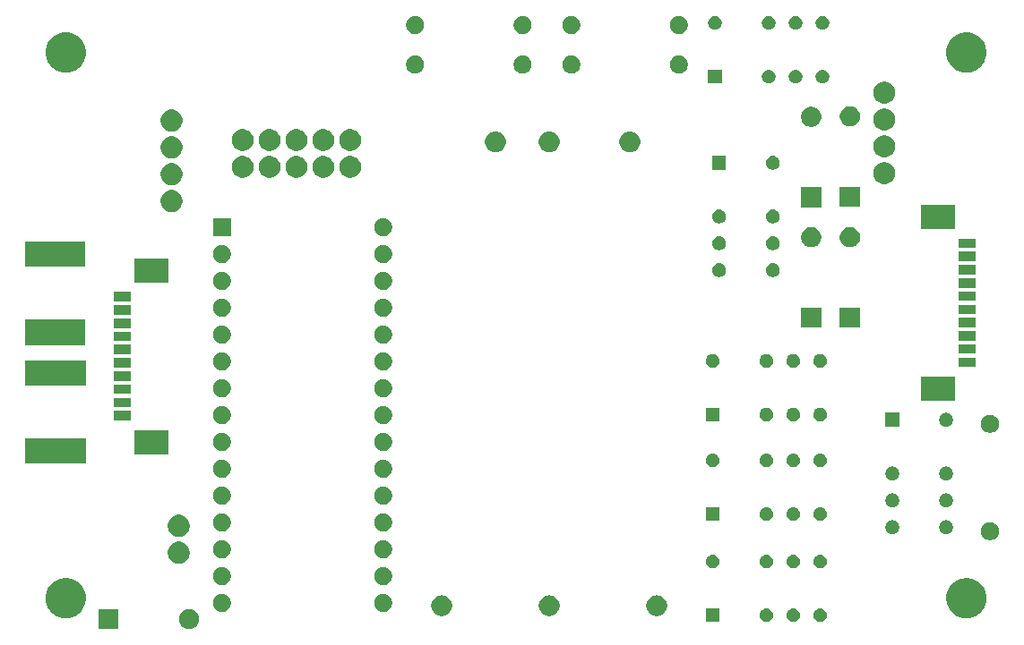
<source format=gbr>
G04 #@! TF.GenerationSoftware,KiCad,Pcbnew,(5.1.5)-3*
G04 #@! TF.CreationDate,2020-05-01T11:25:14-05:00*
G04 #@! TF.ProjectId,45-1591-1,34352d31-3539-4312-9d31-2e6b69636164,rev?*
G04 #@! TF.SameCoordinates,Original*
G04 #@! TF.FileFunction,Soldermask,Top*
G04 #@! TF.FilePolarity,Negative*
%FSLAX46Y46*%
G04 Gerber Fmt 4.6, Leading zero omitted, Abs format (unit mm)*
G04 Created by KiCad (PCBNEW (5.1.5)-3) date 2020-05-01 11:25:14*
%MOMM*%
%LPD*%
G04 APERTURE LIST*
%ADD10C,0.100000*%
G04 APERTURE END LIST*
D10*
G36*
X75410595Y-117817546D02*
G01*
X75583666Y-117889234D01*
X75583667Y-117889235D01*
X75739427Y-117993310D01*
X75871890Y-118125773D01*
X75871891Y-118125775D01*
X75975966Y-118281534D01*
X76047654Y-118454605D01*
X76084200Y-118638333D01*
X76084200Y-118825667D01*
X76047654Y-119009395D01*
X75975966Y-119182466D01*
X75975965Y-119182467D01*
X75871890Y-119338227D01*
X75739427Y-119470690D01*
X75661018Y-119523081D01*
X75583666Y-119574766D01*
X75410595Y-119646454D01*
X75226867Y-119683000D01*
X75039533Y-119683000D01*
X74855805Y-119646454D01*
X74682734Y-119574766D01*
X74605382Y-119523081D01*
X74526973Y-119470690D01*
X74394510Y-119338227D01*
X74290435Y-119182467D01*
X74290434Y-119182466D01*
X74218746Y-119009395D01*
X74182200Y-118825667D01*
X74182200Y-118638333D01*
X74218746Y-118454605D01*
X74290434Y-118281534D01*
X74394509Y-118125775D01*
X74394510Y-118125773D01*
X74526973Y-117993310D01*
X74682733Y-117889235D01*
X74682734Y-117889234D01*
X74855805Y-117817546D01*
X75039533Y-117781000D01*
X75226867Y-117781000D01*
X75410595Y-117817546D01*
G37*
G36*
X68464200Y-119683000D02*
G01*
X66562200Y-119683000D01*
X66562200Y-117781000D01*
X68464200Y-117781000D01*
X68464200Y-119683000D01*
G37*
G36*
X132423890Y-117725017D02*
G01*
X132476322Y-117746735D01*
X132542364Y-117774091D01*
X132552704Y-117781000D01*
X132648988Y-117845335D01*
X132739665Y-117936012D01*
X132810910Y-118042638D01*
X132859983Y-118161110D01*
X132885000Y-118286881D01*
X132885000Y-118415119D01*
X132859983Y-118540890D01*
X132819621Y-118638333D01*
X132810909Y-118659364D01*
X132739665Y-118765988D01*
X132648988Y-118856665D01*
X132542364Y-118927909D01*
X132542363Y-118927910D01*
X132542362Y-118927910D01*
X132423890Y-118976983D01*
X132298119Y-119002000D01*
X132169881Y-119002000D01*
X132044110Y-118976983D01*
X131925638Y-118927910D01*
X131925637Y-118927910D01*
X131925636Y-118927909D01*
X131819012Y-118856665D01*
X131728335Y-118765988D01*
X131657091Y-118659364D01*
X131648380Y-118638333D01*
X131608017Y-118540890D01*
X131583000Y-118415119D01*
X131583000Y-118286881D01*
X131608017Y-118161110D01*
X131657090Y-118042638D01*
X131728335Y-117936012D01*
X131819012Y-117845335D01*
X131915296Y-117781000D01*
X131925636Y-117774091D01*
X131991679Y-117746735D01*
X132044110Y-117725017D01*
X132169881Y-117700000D01*
X132298119Y-117700000D01*
X132423890Y-117725017D01*
G37*
G36*
X134963890Y-117725017D02*
G01*
X135016322Y-117746735D01*
X135082364Y-117774091D01*
X135092704Y-117781000D01*
X135188988Y-117845335D01*
X135279665Y-117936012D01*
X135350910Y-118042638D01*
X135399983Y-118161110D01*
X135425000Y-118286881D01*
X135425000Y-118415119D01*
X135399983Y-118540890D01*
X135359621Y-118638333D01*
X135350909Y-118659364D01*
X135279665Y-118765988D01*
X135188988Y-118856665D01*
X135082364Y-118927909D01*
X135082363Y-118927910D01*
X135082362Y-118927910D01*
X134963890Y-118976983D01*
X134838119Y-119002000D01*
X134709881Y-119002000D01*
X134584110Y-118976983D01*
X134465638Y-118927910D01*
X134465637Y-118927910D01*
X134465636Y-118927909D01*
X134359012Y-118856665D01*
X134268335Y-118765988D01*
X134197091Y-118659364D01*
X134188380Y-118638333D01*
X134148017Y-118540890D01*
X134123000Y-118415119D01*
X134123000Y-118286881D01*
X134148017Y-118161110D01*
X134197090Y-118042638D01*
X134268335Y-117936012D01*
X134359012Y-117845335D01*
X134455296Y-117781000D01*
X134465636Y-117774091D01*
X134531679Y-117746735D01*
X134584110Y-117725017D01*
X134709881Y-117700000D01*
X134838119Y-117700000D01*
X134963890Y-117725017D01*
G37*
G36*
X125265000Y-119002000D02*
G01*
X123963000Y-119002000D01*
X123963000Y-117700000D01*
X125265000Y-117700000D01*
X125265000Y-119002000D01*
G37*
G36*
X129883890Y-117725017D02*
G01*
X129936322Y-117746735D01*
X130002364Y-117774091D01*
X130012704Y-117781000D01*
X130108988Y-117845335D01*
X130199665Y-117936012D01*
X130270910Y-118042638D01*
X130319983Y-118161110D01*
X130345000Y-118286881D01*
X130345000Y-118415119D01*
X130319983Y-118540890D01*
X130279621Y-118638333D01*
X130270909Y-118659364D01*
X130199665Y-118765988D01*
X130108988Y-118856665D01*
X130002364Y-118927909D01*
X130002363Y-118927910D01*
X130002362Y-118927910D01*
X129883890Y-118976983D01*
X129758119Y-119002000D01*
X129629881Y-119002000D01*
X129504110Y-118976983D01*
X129385638Y-118927910D01*
X129385637Y-118927910D01*
X129385636Y-118927909D01*
X129279012Y-118856665D01*
X129188335Y-118765988D01*
X129117091Y-118659364D01*
X129108380Y-118638333D01*
X129068017Y-118540890D01*
X129043000Y-118415119D01*
X129043000Y-118286881D01*
X129068017Y-118161110D01*
X129117090Y-118042638D01*
X129188335Y-117936012D01*
X129279012Y-117845335D01*
X129375296Y-117781000D01*
X129385636Y-117774091D01*
X129451679Y-117746735D01*
X129504110Y-117725017D01*
X129629881Y-117700000D01*
X129758119Y-117700000D01*
X129883890Y-117725017D01*
G37*
G36*
X148976866Y-114889527D02*
G01*
X149160501Y-114926054D01*
X149405132Y-115027384D01*
X149480736Y-115058700D01*
X149506461Y-115069356D01*
X149817817Y-115277397D01*
X150082603Y-115542183D01*
X150290644Y-115853539D01*
X150290645Y-115853541D01*
X150433946Y-116199500D01*
X150507000Y-116566767D01*
X150507000Y-116941233D01*
X150473075Y-117111784D01*
X150433946Y-117308501D01*
X150290644Y-117654461D01*
X150082603Y-117965817D01*
X149817817Y-118230603D01*
X149506461Y-118438644D01*
X149506460Y-118438645D01*
X149506459Y-118438645D01*
X149467928Y-118454605D01*
X149160501Y-118581946D01*
X148976866Y-118618473D01*
X148793233Y-118655000D01*
X148418767Y-118655000D01*
X148235134Y-118618473D01*
X148051499Y-118581946D01*
X147744072Y-118454605D01*
X147705541Y-118438645D01*
X147705540Y-118438645D01*
X147705539Y-118438644D01*
X147394183Y-118230603D01*
X147129397Y-117965817D01*
X146921356Y-117654461D01*
X146778054Y-117308501D01*
X146738925Y-117111784D01*
X146705000Y-116941233D01*
X146705000Y-116566767D01*
X146778054Y-116199500D01*
X146921355Y-115853541D01*
X146921356Y-115853539D01*
X147129397Y-115542183D01*
X147394183Y-115277397D01*
X147705539Y-115069356D01*
X147731265Y-115058700D01*
X147806868Y-115027384D01*
X148051499Y-114926054D01*
X148235134Y-114889527D01*
X148418767Y-114853000D01*
X148793233Y-114853000D01*
X148976866Y-114889527D01*
G37*
G36*
X63847366Y-114889527D02*
G01*
X64031001Y-114926054D01*
X64275632Y-115027384D01*
X64351236Y-115058700D01*
X64376961Y-115069356D01*
X64688317Y-115277397D01*
X64953103Y-115542183D01*
X65161144Y-115853539D01*
X65161145Y-115853541D01*
X65304446Y-116199500D01*
X65377500Y-116566767D01*
X65377500Y-116941233D01*
X65343575Y-117111784D01*
X65304446Y-117308501D01*
X65161144Y-117654461D01*
X64953103Y-117965817D01*
X64688317Y-118230603D01*
X64376961Y-118438644D01*
X64376960Y-118438645D01*
X64376959Y-118438645D01*
X64338428Y-118454605D01*
X64031001Y-118581946D01*
X63847366Y-118618473D01*
X63663733Y-118655000D01*
X63289267Y-118655000D01*
X63105634Y-118618473D01*
X62921999Y-118581946D01*
X62614572Y-118454605D01*
X62576041Y-118438645D01*
X62576040Y-118438645D01*
X62576039Y-118438644D01*
X62264683Y-118230603D01*
X61999897Y-117965817D01*
X61791856Y-117654461D01*
X61648554Y-117308501D01*
X61609425Y-117111784D01*
X61575500Y-116941233D01*
X61575500Y-116566767D01*
X61648554Y-116199500D01*
X61791855Y-115853541D01*
X61791856Y-115853539D01*
X61999897Y-115542183D01*
X62264683Y-115277397D01*
X62576039Y-115069356D01*
X62601765Y-115058700D01*
X62677368Y-115027384D01*
X62921999Y-114926054D01*
X63105634Y-114889527D01*
X63289267Y-114853000D01*
X63663733Y-114853000D01*
X63847366Y-114889527D01*
G37*
G36*
X99201847Y-116488893D02*
G01*
X99297335Y-116507887D01*
X99361789Y-116534585D01*
X99477229Y-116582402D01*
X99477230Y-116582403D01*
X99639132Y-116690582D01*
X99776818Y-116828268D01*
X99776819Y-116828270D01*
X99884998Y-116990171D01*
X99928647Y-117095550D01*
X99959513Y-117170065D01*
X99997500Y-117361041D01*
X99997500Y-117555759D01*
X99959513Y-117746735D01*
X99945320Y-117781000D01*
X99884998Y-117926629D01*
X99884997Y-117926630D01*
X99776818Y-118088532D01*
X99639132Y-118226218D01*
X99632569Y-118230603D01*
X99477229Y-118334398D01*
X99371850Y-118378047D01*
X99297335Y-118408913D01*
X99201847Y-118427907D01*
X99106360Y-118446900D01*
X98911640Y-118446900D01*
X98816153Y-118427907D01*
X98720665Y-118408913D01*
X98646150Y-118378047D01*
X98540771Y-118334398D01*
X98385431Y-118230603D01*
X98378868Y-118226218D01*
X98241182Y-118088532D01*
X98133003Y-117926630D01*
X98133002Y-117926629D01*
X98072680Y-117781000D01*
X98058487Y-117746735D01*
X98020500Y-117555759D01*
X98020500Y-117361041D01*
X98058487Y-117170065D01*
X98089353Y-117095550D01*
X98133002Y-116990171D01*
X98241181Y-116828270D01*
X98241182Y-116828268D01*
X98378868Y-116690582D01*
X98540770Y-116582403D01*
X98540771Y-116582402D01*
X98656211Y-116534585D01*
X98720665Y-116507887D01*
X98816153Y-116488893D01*
X98911640Y-116469900D01*
X99106360Y-116469900D01*
X99201847Y-116488893D01*
G37*
G36*
X109361847Y-116488893D02*
G01*
X109457335Y-116507887D01*
X109521789Y-116534585D01*
X109637229Y-116582402D01*
X109637230Y-116582403D01*
X109799132Y-116690582D01*
X109936818Y-116828268D01*
X109936819Y-116828270D01*
X110044998Y-116990171D01*
X110088647Y-117095550D01*
X110119513Y-117170065D01*
X110157500Y-117361041D01*
X110157500Y-117555759D01*
X110119513Y-117746735D01*
X110105320Y-117781000D01*
X110044998Y-117926629D01*
X110044997Y-117926630D01*
X109936818Y-118088532D01*
X109799132Y-118226218D01*
X109792569Y-118230603D01*
X109637229Y-118334398D01*
X109531850Y-118378047D01*
X109457335Y-118408913D01*
X109361847Y-118427907D01*
X109266360Y-118446900D01*
X109071640Y-118446900D01*
X108976153Y-118427907D01*
X108880665Y-118408913D01*
X108806150Y-118378047D01*
X108700771Y-118334398D01*
X108545431Y-118230603D01*
X108538868Y-118226218D01*
X108401182Y-118088532D01*
X108293003Y-117926630D01*
X108293002Y-117926629D01*
X108232680Y-117781000D01*
X108218487Y-117746735D01*
X108180500Y-117555759D01*
X108180500Y-117361041D01*
X108218487Y-117170065D01*
X108249353Y-117095550D01*
X108293002Y-116990171D01*
X108401181Y-116828270D01*
X108401182Y-116828268D01*
X108538868Y-116690582D01*
X108700770Y-116582403D01*
X108700771Y-116582402D01*
X108816211Y-116534585D01*
X108880665Y-116507887D01*
X108976153Y-116488893D01*
X109071640Y-116469900D01*
X109266360Y-116469900D01*
X109361847Y-116488893D01*
G37*
G36*
X119521847Y-116488893D02*
G01*
X119617335Y-116507887D01*
X119681789Y-116534585D01*
X119797229Y-116582402D01*
X119797230Y-116582403D01*
X119959132Y-116690582D01*
X120096818Y-116828268D01*
X120096819Y-116828270D01*
X120204998Y-116990171D01*
X120248647Y-117095550D01*
X120279513Y-117170065D01*
X120317500Y-117361041D01*
X120317500Y-117555759D01*
X120279513Y-117746735D01*
X120265320Y-117781000D01*
X120204998Y-117926629D01*
X120204997Y-117926630D01*
X120096818Y-118088532D01*
X119959132Y-118226218D01*
X119952569Y-118230603D01*
X119797229Y-118334398D01*
X119691850Y-118378047D01*
X119617335Y-118408913D01*
X119521847Y-118427907D01*
X119426360Y-118446900D01*
X119231640Y-118446900D01*
X119136153Y-118427907D01*
X119040665Y-118408913D01*
X118966150Y-118378047D01*
X118860771Y-118334398D01*
X118705431Y-118230603D01*
X118698868Y-118226218D01*
X118561182Y-118088532D01*
X118453003Y-117926630D01*
X118453002Y-117926629D01*
X118392680Y-117781000D01*
X118378487Y-117746735D01*
X118340500Y-117555759D01*
X118340500Y-117361041D01*
X118378487Y-117170065D01*
X118409353Y-117095550D01*
X118453002Y-116990171D01*
X118561181Y-116828270D01*
X118561182Y-116828268D01*
X118698868Y-116690582D01*
X118860770Y-116582403D01*
X118860771Y-116582402D01*
X118976211Y-116534585D01*
X119040665Y-116507887D01*
X119136153Y-116488893D01*
X119231640Y-116469900D01*
X119426360Y-116469900D01*
X119521847Y-116488893D01*
G37*
G36*
X93720228Y-116377303D02*
G01*
X93875100Y-116441453D01*
X94014481Y-116534585D01*
X94133015Y-116653119D01*
X94226147Y-116792500D01*
X94290297Y-116947372D01*
X94323000Y-117111784D01*
X94323000Y-117279416D01*
X94290297Y-117443828D01*
X94226147Y-117598700D01*
X94133015Y-117738081D01*
X94014481Y-117856615D01*
X93875100Y-117949747D01*
X93720228Y-118013897D01*
X93555816Y-118046600D01*
X93388184Y-118046600D01*
X93223772Y-118013897D01*
X93068900Y-117949747D01*
X92929519Y-117856615D01*
X92810985Y-117738081D01*
X92717853Y-117598700D01*
X92653703Y-117443828D01*
X92621000Y-117279416D01*
X92621000Y-117111784D01*
X92653703Y-116947372D01*
X92717853Y-116792500D01*
X92810985Y-116653119D01*
X92929519Y-116534585D01*
X93068900Y-116441453D01*
X93223772Y-116377303D01*
X93388184Y-116344600D01*
X93555816Y-116344600D01*
X93720228Y-116377303D01*
G37*
G36*
X78480228Y-116377303D02*
G01*
X78635100Y-116441453D01*
X78774481Y-116534585D01*
X78893015Y-116653119D01*
X78986147Y-116792500D01*
X79050297Y-116947372D01*
X79083000Y-117111784D01*
X79083000Y-117279416D01*
X79050297Y-117443828D01*
X78986147Y-117598700D01*
X78893015Y-117738081D01*
X78774481Y-117856615D01*
X78635100Y-117949747D01*
X78480228Y-118013897D01*
X78315816Y-118046600D01*
X78148184Y-118046600D01*
X77983772Y-118013897D01*
X77828900Y-117949747D01*
X77689519Y-117856615D01*
X77570985Y-117738081D01*
X77477853Y-117598700D01*
X77413703Y-117443828D01*
X77381000Y-117279416D01*
X77381000Y-117111784D01*
X77413703Y-116947372D01*
X77477853Y-116792500D01*
X77570985Y-116653119D01*
X77689519Y-116534585D01*
X77828900Y-116441453D01*
X77983772Y-116377303D01*
X78148184Y-116344600D01*
X78315816Y-116344600D01*
X78480228Y-116377303D01*
G37*
G36*
X78480228Y-113837303D02*
G01*
X78635100Y-113901453D01*
X78774481Y-113994585D01*
X78893015Y-114113119D01*
X78986147Y-114252500D01*
X79050297Y-114407372D01*
X79083000Y-114571784D01*
X79083000Y-114739416D01*
X79050297Y-114903828D01*
X78986147Y-115058700D01*
X78893015Y-115198081D01*
X78774481Y-115316615D01*
X78635100Y-115409747D01*
X78480228Y-115473897D01*
X78315816Y-115506600D01*
X78148184Y-115506600D01*
X77983772Y-115473897D01*
X77828900Y-115409747D01*
X77689519Y-115316615D01*
X77570985Y-115198081D01*
X77477853Y-115058700D01*
X77413703Y-114903828D01*
X77381000Y-114739416D01*
X77381000Y-114571784D01*
X77413703Y-114407372D01*
X77477853Y-114252500D01*
X77570985Y-114113119D01*
X77689519Y-113994585D01*
X77828900Y-113901453D01*
X77983772Y-113837303D01*
X78148184Y-113804600D01*
X78315816Y-113804600D01*
X78480228Y-113837303D01*
G37*
G36*
X93720228Y-113837303D02*
G01*
X93875100Y-113901453D01*
X94014481Y-113994585D01*
X94133015Y-114113119D01*
X94226147Y-114252500D01*
X94290297Y-114407372D01*
X94323000Y-114571784D01*
X94323000Y-114739416D01*
X94290297Y-114903828D01*
X94226147Y-115058700D01*
X94133015Y-115198081D01*
X94014481Y-115316615D01*
X93875100Y-115409747D01*
X93720228Y-115473897D01*
X93555816Y-115506600D01*
X93388184Y-115506600D01*
X93223772Y-115473897D01*
X93068900Y-115409747D01*
X92929519Y-115316615D01*
X92810985Y-115198081D01*
X92717853Y-115058700D01*
X92653703Y-114903828D01*
X92621000Y-114739416D01*
X92621000Y-114571784D01*
X92653703Y-114407372D01*
X92717853Y-114252500D01*
X92810985Y-114113119D01*
X92929519Y-113994585D01*
X93068900Y-113901453D01*
X93223772Y-113837303D01*
X93388184Y-113804600D01*
X93555816Y-113804600D01*
X93720228Y-113837303D01*
G37*
G36*
X129883890Y-112645017D02*
G01*
X130002364Y-112694091D01*
X130108988Y-112765335D01*
X130199665Y-112856012D01*
X130270909Y-112962636D01*
X130319983Y-113081110D01*
X130345000Y-113206882D01*
X130345000Y-113335118D01*
X130319983Y-113460890D01*
X130270909Y-113579364D01*
X130199665Y-113685988D01*
X130108988Y-113776665D01*
X130002364Y-113847909D01*
X130002363Y-113847910D01*
X130002362Y-113847910D01*
X129883890Y-113896983D01*
X129758119Y-113922000D01*
X129629881Y-113922000D01*
X129504110Y-113896983D01*
X129385638Y-113847910D01*
X129385637Y-113847910D01*
X129385636Y-113847909D01*
X129279012Y-113776665D01*
X129188335Y-113685988D01*
X129117091Y-113579364D01*
X129068017Y-113460890D01*
X129043000Y-113335118D01*
X129043000Y-113206882D01*
X129068017Y-113081110D01*
X129117091Y-112962636D01*
X129188335Y-112856012D01*
X129279012Y-112765335D01*
X129385636Y-112694091D01*
X129504110Y-112645017D01*
X129629881Y-112620000D01*
X129758119Y-112620000D01*
X129883890Y-112645017D01*
G37*
G36*
X132423890Y-112645017D02*
G01*
X132542364Y-112694091D01*
X132648988Y-112765335D01*
X132739665Y-112856012D01*
X132810909Y-112962636D01*
X132859983Y-113081110D01*
X132885000Y-113206882D01*
X132885000Y-113335118D01*
X132859983Y-113460890D01*
X132810909Y-113579364D01*
X132739665Y-113685988D01*
X132648988Y-113776665D01*
X132542364Y-113847909D01*
X132542363Y-113847910D01*
X132542362Y-113847910D01*
X132423890Y-113896983D01*
X132298119Y-113922000D01*
X132169881Y-113922000D01*
X132044110Y-113896983D01*
X131925638Y-113847910D01*
X131925637Y-113847910D01*
X131925636Y-113847909D01*
X131819012Y-113776665D01*
X131728335Y-113685988D01*
X131657091Y-113579364D01*
X131608017Y-113460890D01*
X131583000Y-113335118D01*
X131583000Y-113206882D01*
X131608017Y-113081110D01*
X131657091Y-112962636D01*
X131728335Y-112856012D01*
X131819012Y-112765335D01*
X131925636Y-112694091D01*
X132044110Y-112645017D01*
X132169881Y-112620000D01*
X132298119Y-112620000D01*
X132423890Y-112645017D01*
G37*
G36*
X134963890Y-112645017D02*
G01*
X135082364Y-112694091D01*
X135188988Y-112765335D01*
X135279665Y-112856012D01*
X135350909Y-112962636D01*
X135399983Y-113081110D01*
X135425000Y-113206882D01*
X135425000Y-113335118D01*
X135399983Y-113460890D01*
X135350909Y-113579364D01*
X135279665Y-113685988D01*
X135188988Y-113776665D01*
X135082364Y-113847909D01*
X135082363Y-113847910D01*
X135082362Y-113847910D01*
X134963890Y-113896983D01*
X134838119Y-113922000D01*
X134709881Y-113922000D01*
X134584110Y-113896983D01*
X134465638Y-113847910D01*
X134465637Y-113847910D01*
X134465636Y-113847909D01*
X134359012Y-113776665D01*
X134268335Y-113685988D01*
X134197091Y-113579364D01*
X134148017Y-113460890D01*
X134123000Y-113335118D01*
X134123000Y-113206882D01*
X134148017Y-113081110D01*
X134197091Y-112962636D01*
X134268335Y-112856012D01*
X134359012Y-112765335D01*
X134465636Y-112694091D01*
X134584110Y-112645017D01*
X134709881Y-112620000D01*
X134838119Y-112620000D01*
X134963890Y-112645017D01*
G37*
G36*
X124803890Y-112645017D02*
G01*
X124922364Y-112694091D01*
X125028988Y-112765335D01*
X125119665Y-112856012D01*
X125190909Y-112962636D01*
X125239983Y-113081110D01*
X125265000Y-113206882D01*
X125265000Y-113335118D01*
X125239983Y-113460890D01*
X125190909Y-113579364D01*
X125119665Y-113685988D01*
X125028988Y-113776665D01*
X124922364Y-113847909D01*
X124922363Y-113847910D01*
X124922362Y-113847910D01*
X124803890Y-113896983D01*
X124678119Y-113922000D01*
X124549881Y-113922000D01*
X124424110Y-113896983D01*
X124305638Y-113847910D01*
X124305637Y-113847910D01*
X124305636Y-113847909D01*
X124199012Y-113776665D01*
X124108335Y-113685988D01*
X124037091Y-113579364D01*
X123988017Y-113460890D01*
X123963000Y-113335118D01*
X123963000Y-113206882D01*
X123988017Y-113081110D01*
X124037091Y-112962636D01*
X124108335Y-112856012D01*
X124199012Y-112765335D01*
X124305636Y-112694091D01*
X124424110Y-112645017D01*
X124549881Y-112620000D01*
X124678119Y-112620000D01*
X124803890Y-112645017D01*
G37*
G36*
X74459065Y-111444620D02*
G01*
X74648588Y-111523123D01*
X74819154Y-111637092D01*
X74964208Y-111782146D01*
X75021154Y-111867372D01*
X75078178Y-111952714D01*
X75156680Y-112142235D01*
X75196700Y-112343430D01*
X75196700Y-112548570D01*
X75156680Y-112749765D01*
X75106982Y-112869748D01*
X75078177Y-112939288D01*
X74964208Y-113109854D01*
X74819154Y-113254908D01*
X74648588Y-113368877D01*
X74648587Y-113368878D01*
X74648586Y-113368878D01*
X74459065Y-113447380D01*
X74257870Y-113487400D01*
X74052730Y-113487400D01*
X73851535Y-113447380D01*
X73662014Y-113368878D01*
X73662013Y-113368878D01*
X73662012Y-113368877D01*
X73491446Y-113254908D01*
X73346392Y-113109854D01*
X73232423Y-112939288D01*
X73203619Y-112869748D01*
X73153920Y-112749765D01*
X73113900Y-112548570D01*
X73113900Y-112343430D01*
X73153920Y-112142235D01*
X73232422Y-111952714D01*
X73289446Y-111867372D01*
X73346392Y-111782146D01*
X73491446Y-111637092D01*
X73662012Y-111523123D01*
X73851535Y-111444620D01*
X74052730Y-111404600D01*
X74257870Y-111404600D01*
X74459065Y-111444620D01*
G37*
G36*
X78480228Y-111297303D02*
G01*
X78635100Y-111361453D01*
X78774481Y-111454585D01*
X78893015Y-111573119D01*
X78986147Y-111712500D01*
X79050297Y-111867372D01*
X79083000Y-112031784D01*
X79083000Y-112199416D01*
X79050297Y-112363828D01*
X78986147Y-112518700D01*
X78893015Y-112658081D01*
X78774481Y-112776615D01*
X78635100Y-112869747D01*
X78480228Y-112933897D01*
X78315816Y-112966600D01*
X78148184Y-112966600D01*
X77983772Y-112933897D01*
X77828900Y-112869747D01*
X77689519Y-112776615D01*
X77570985Y-112658081D01*
X77477853Y-112518700D01*
X77413703Y-112363828D01*
X77381000Y-112199416D01*
X77381000Y-112031784D01*
X77413703Y-111867372D01*
X77477853Y-111712500D01*
X77570985Y-111573119D01*
X77689519Y-111454585D01*
X77828900Y-111361453D01*
X77983772Y-111297303D01*
X78148184Y-111264600D01*
X78315816Y-111264600D01*
X78480228Y-111297303D01*
G37*
G36*
X93720228Y-111297303D02*
G01*
X93875100Y-111361453D01*
X94014481Y-111454585D01*
X94133015Y-111573119D01*
X94226147Y-111712500D01*
X94290297Y-111867372D01*
X94323000Y-112031784D01*
X94323000Y-112199416D01*
X94290297Y-112363828D01*
X94226147Y-112518700D01*
X94133015Y-112658081D01*
X94014481Y-112776615D01*
X93875100Y-112869747D01*
X93720228Y-112933897D01*
X93555816Y-112966600D01*
X93388184Y-112966600D01*
X93223772Y-112933897D01*
X93068900Y-112869747D01*
X92929519Y-112776615D01*
X92810985Y-112658081D01*
X92717853Y-112518700D01*
X92653703Y-112363828D01*
X92621000Y-112199416D01*
X92621000Y-112031784D01*
X92653703Y-111867372D01*
X92717853Y-111712500D01*
X92810985Y-111573119D01*
X92929519Y-111454585D01*
X93068900Y-111361453D01*
X93223772Y-111297303D01*
X93388184Y-111264600D01*
X93555816Y-111264600D01*
X93720228Y-111297303D01*
G37*
G36*
X151060228Y-109595703D02*
G01*
X151215100Y-109659853D01*
X151354481Y-109752985D01*
X151473015Y-109871519D01*
X151566147Y-110010900D01*
X151630297Y-110165772D01*
X151663000Y-110330184D01*
X151663000Y-110497816D01*
X151630297Y-110662228D01*
X151566147Y-110817100D01*
X151473015Y-110956481D01*
X151354481Y-111075015D01*
X151215100Y-111168147D01*
X151060228Y-111232297D01*
X150895816Y-111265000D01*
X150728184Y-111265000D01*
X150563772Y-111232297D01*
X150408900Y-111168147D01*
X150269519Y-111075015D01*
X150150985Y-110956481D01*
X150057853Y-110817100D01*
X149993703Y-110662228D01*
X149961000Y-110497816D01*
X149961000Y-110330184D01*
X149993703Y-110165772D01*
X150057853Y-110010900D01*
X150150985Y-109871519D01*
X150269519Y-109752985D01*
X150408900Y-109659853D01*
X150563772Y-109595703D01*
X150728184Y-109563000D01*
X150895816Y-109563000D01*
X151060228Y-109595703D01*
G37*
G36*
X74459065Y-108904620D02*
G01*
X74648588Y-108983123D01*
X74819154Y-109097092D01*
X74964208Y-109242146D01*
X75071008Y-109401983D01*
X75078178Y-109412714D01*
X75156680Y-109602235D01*
X75196700Y-109803430D01*
X75196700Y-110008570D01*
X75156680Y-110209765D01*
X75106801Y-110330185D01*
X75078177Y-110399288D01*
X74964208Y-110569854D01*
X74819154Y-110714908D01*
X74648588Y-110828877D01*
X74648587Y-110828878D01*
X74648586Y-110828878D01*
X74459065Y-110907380D01*
X74257870Y-110947400D01*
X74052730Y-110947400D01*
X73851535Y-110907380D01*
X73662014Y-110828878D01*
X73662013Y-110828878D01*
X73662012Y-110828877D01*
X73491446Y-110714908D01*
X73346392Y-110569854D01*
X73232423Y-110399288D01*
X73203800Y-110330185D01*
X73153920Y-110209765D01*
X73113900Y-110008570D01*
X73113900Y-109803430D01*
X73153920Y-109602235D01*
X73232422Y-109412714D01*
X73239592Y-109401983D01*
X73346392Y-109242146D01*
X73491446Y-109097092D01*
X73662012Y-108983123D01*
X73851535Y-108904620D01*
X74052730Y-108864600D01*
X74257870Y-108864600D01*
X74459065Y-108904620D01*
G37*
G36*
X146861890Y-109396017D02*
G01*
X146980364Y-109445091D01*
X147086988Y-109516335D01*
X147177665Y-109607012D01*
X147212972Y-109659852D01*
X147248910Y-109713638D01*
X147297983Y-109832110D01*
X147323000Y-109957881D01*
X147323000Y-110086119D01*
X147297983Y-110211890D01*
X147287742Y-110236615D01*
X147248909Y-110330364D01*
X147177665Y-110436988D01*
X147086988Y-110527665D01*
X146980364Y-110598909D01*
X146980363Y-110598910D01*
X146980362Y-110598910D01*
X146861890Y-110647983D01*
X146736119Y-110673000D01*
X146607881Y-110673000D01*
X146482110Y-110647983D01*
X146363638Y-110598910D01*
X146363637Y-110598910D01*
X146363636Y-110598909D01*
X146257012Y-110527665D01*
X146166335Y-110436988D01*
X146095091Y-110330364D01*
X146056259Y-110236615D01*
X146046017Y-110211890D01*
X146021000Y-110086119D01*
X146021000Y-109957881D01*
X146046017Y-109832110D01*
X146095090Y-109713638D01*
X146131029Y-109659852D01*
X146166335Y-109607012D01*
X146257012Y-109516335D01*
X146363636Y-109445091D01*
X146482110Y-109396017D01*
X146607881Y-109371000D01*
X146736119Y-109371000D01*
X146861890Y-109396017D01*
G37*
G36*
X141781890Y-109396017D02*
G01*
X141900364Y-109445091D01*
X142006988Y-109516335D01*
X142097665Y-109607012D01*
X142132972Y-109659852D01*
X142168910Y-109713638D01*
X142217983Y-109832110D01*
X142243000Y-109957881D01*
X142243000Y-110086119D01*
X142217983Y-110211890D01*
X142207742Y-110236615D01*
X142168909Y-110330364D01*
X142097665Y-110436988D01*
X142006988Y-110527665D01*
X141900364Y-110598909D01*
X141900363Y-110598910D01*
X141900362Y-110598910D01*
X141781890Y-110647983D01*
X141656119Y-110673000D01*
X141527881Y-110673000D01*
X141402110Y-110647983D01*
X141283638Y-110598910D01*
X141283637Y-110598910D01*
X141283636Y-110598909D01*
X141177012Y-110527665D01*
X141086335Y-110436988D01*
X141015091Y-110330364D01*
X140976259Y-110236615D01*
X140966017Y-110211890D01*
X140941000Y-110086119D01*
X140941000Y-109957881D01*
X140966017Y-109832110D01*
X141015090Y-109713638D01*
X141051029Y-109659852D01*
X141086335Y-109607012D01*
X141177012Y-109516335D01*
X141283636Y-109445091D01*
X141402110Y-109396017D01*
X141527881Y-109371000D01*
X141656119Y-109371000D01*
X141781890Y-109396017D01*
G37*
G36*
X78480228Y-108757303D02*
G01*
X78635100Y-108821453D01*
X78774481Y-108914585D01*
X78893015Y-109033119D01*
X78986147Y-109172500D01*
X79050297Y-109327372D01*
X79083000Y-109491784D01*
X79083000Y-109659416D01*
X79050297Y-109823828D01*
X78986147Y-109978700D01*
X78893015Y-110118081D01*
X78774481Y-110236615D01*
X78635100Y-110329747D01*
X78480228Y-110393897D01*
X78315816Y-110426600D01*
X78148184Y-110426600D01*
X77983772Y-110393897D01*
X77828900Y-110329747D01*
X77689519Y-110236615D01*
X77570985Y-110118081D01*
X77477853Y-109978700D01*
X77413703Y-109823828D01*
X77381000Y-109659416D01*
X77381000Y-109491784D01*
X77413703Y-109327372D01*
X77477853Y-109172500D01*
X77570985Y-109033119D01*
X77689519Y-108914585D01*
X77828900Y-108821453D01*
X77983772Y-108757303D01*
X78148184Y-108724600D01*
X78315816Y-108724600D01*
X78480228Y-108757303D01*
G37*
G36*
X93720228Y-108757303D02*
G01*
X93875100Y-108821453D01*
X94014481Y-108914585D01*
X94133015Y-109033119D01*
X94226147Y-109172500D01*
X94290297Y-109327372D01*
X94323000Y-109491784D01*
X94323000Y-109659416D01*
X94290297Y-109823828D01*
X94226147Y-109978700D01*
X94133015Y-110118081D01*
X94014481Y-110236615D01*
X93875100Y-110329747D01*
X93720228Y-110393897D01*
X93555816Y-110426600D01*
X93388184Y-110426600D01*
X93223772Y-110393897D01*
X93068900Y-110329747D01*
X92929519Y-110236615D01*
X92810985Y-110118081D01*
X92717853Y-109978700D01*
X92653703Y-109823828D01*
X92621000Y-109659416D01*
X92621000Y-109491784D01*
X92653703Y-109327372D01*
X92717853Y-109172500D01*
X92810985Y-109033119D01*
X92929519Y-108914585D01*
X93068900Y-108821453D01*
X93223772Y-108757303D01*
X93388184Y-108724600D01*
X93555816Y-108724600D01*
X93720228Y-108757303D01*
G37*
G36*
X132338338Y-108133000D02*
G01*
X132423890Y-108150017D01*
X132542364Y-108199091D01*
X132648988Y-108270335D01*
X132739665Y-108361012D01*
X132810910Y-108467638D01*
X132859983Y-108586110D01*
X132885000Y-108711881D01*
X132885000Y-108840119D01*
X132872170Y-108904620D01*
X132859983Y-108965890D01*
X132810909Y-109084364D01*
X132739665Y-109190988D01*
X132648988Y-109281665D01*
X132542364Y-109352909D01*
X132542363Y-109352910D01*
X132542362Y-109352910D01*
X132423890Y-109401983D01*
X132298119Y-109427000D01*
X132169881Y-109427000D01*
X132044110Y-109401983D01*
X131925638Y-109352910D01*
X131925637Y-109352910D01*
X131925636Y-109352909D01*
X131819012Y-109281665D01*
X131728335Y-109190988D01*
X131657091Y-109084364D01*
X131608017Y-108965890D01*
X131595830Y-108904620D01*
X131583000Y-108840119D01*
X131583000Y-108711881D01*
X131608017Y-108586110D01*
X131657090Y-108467638D01*
X131728335Y-108361012D01*
X131819012Y-108270335D01*
X131925636Y-108199091D01*
X132044110Y-108150017D01*
X132129662Y-108133000D01*
X132169881Y-108125000D01*
X132298119Y-108125000D01*
X132338338Y-108133000D01*
G37*
G36*
X125265000Y-109427000D02*
G01*
X123963000Y-109427000D01*
X123963000Y-108125000D01*
X125265000Y-108125000D01*
X125265000Y-109427000D01*
G37*
G36*
X129798338Y-108133000D02*
G01*
X129883890Y-108150017D01*
X130002364Y-108199091D01*
X130108988Y-108270335D01*
X130199665Y-108361012D01*
X130270910Y-108467638D01*
X130319983Y-108586110D01*
X130345000Y-108711881D01*
X130345000Y-108840119D01*
X130332170Y-108904620D01*
X130319983Y-108965890D01*
X130270909Y-109084364D01*
X130199665Y-109190988D01*
X130108988Y-109281665D01*
X130002364Y-109352909D01*
X130002363Y-109352910D01*
X130002362Y-109352910D01*
X129883890Y-109401983D01*
X129758119Y-109427000D01*
X129629881Y-109427000D01*
X129504110Y-109401983D01*
X129385638Y-109352910D01*
X129385637Y-109352910D01*
X129385636Y-109352909D01*
X129279012Y-109281665D01*
X129188335Y-109190988D01*
X129117091Y-109084364D01*
X129068017Y-108965890D01*
X129055830Y-108904620D01*
X129043000Y-108840119D01*
X129043000Y-108711881D01*
X129068017Y-108586110D01*
X129117090Y-108467638D01*
X129188335Y-108361012D01*
X129279012Y-108270335D01*
X129385636Y-108199091D01*
X129504110Y-108150017D01*
X129589662Y-108133000D01*
X129629881Y-108125000D01*
X129758119Y-108125000D01*
X129798338Y-108133000D01*
G37*
G36*
X134878338Y-108133000D02*
G01*
X134963890Y-108150017D01*
X135082364Y-108199091D01*
X135188988Y-108270335D01*
X135279665Y-108361012D01*
X135350910Y-108467638D01*
X135399983Y-108586110D01*
X135425000Y-108711881D01*
X135425000Y-108840119D01*
X135412170Y-108904620D01*
X135399983Y-108965890D01*
X135350909Y-109084364D01*
X135279665Y-109190988D01*
X135188988Y-109281665D01*
X135082364Y-109352909D01*
X135082363Y-109352910D01*
X135082362Y-109352910D01*
X134963890Y-109401983D01*
X134838119Y-109427000D01*
X134709881Y-109427000D01*
X134584110Y-109401983D01*
X134465638Y-109352910D01*
X134465637Y-109352910D01*
X134465636Y-109352909D01*
X134359012Y-109281665D01*
X134268335Y-109190988D01*
X134197091Y-109084364D01*
X134148017Y-108965890D01*
X134135830Y-108904620D01*
X134123000Y-108840119D01*
X134123000Y-108711881D01*
X134148017Y-108586110D01*
X134197090Y-108467638D01*
X134268335Y-108361012D01*
X134359012Y-108270335D01*
X134465636Y-108199091D01*
X134584110Y-108150017D01*
X134669662Y-108133000D01*
X134709881Y-108125000D01*
X134838119Y-108125000D01*
X134878338Y-108133000D01*
G37*
G36*
X141781890Y-106856017D02*
G01*
X141900364Y-106905091D01*
X142006988Y-106976335D01*
X142097665Y-107067012D01*
X142132680Y-107119415D01*
X142168910Y-107173638D01*
X142217983Y-107292110D01*
X142243000Y-107417881D01*
X142243000Y-107546119D01*
X142217983Y-107671890D01*
X142207742Y-107696615D01*
X142168909Y-107790364D01*
X142097665Y-107896988D01*
X142006988Y-107987665D01*
X141900364Y-108058909D01*
X141900363Y-108058910D01*
X141900362Y-108058910D01*
X141781890Y-108107983D01*
X141656119Y-108133000D01*
X141527881Y-108133000D01*
X141402110Y-108107983D01*
X141283638Y-108058910D01*
X141283637Y-108058910D01*
X141283636Y-108058909D01*
X141177012Y-107987665D01*
X141086335Y-107896988D01*
X141015091Y-107790364D01*
X140976259Y-107696615D01*
X140966017Y-107671890D01*
X140941000Y-107546119D01*
X140941000Y-107417881D01*
X140966017Y-107292110D01*
X141015090Y-107173638D01*
X141051321Y-107119415D01*
X141086335Y-107067012D01*
X141177012Y-106976335D01*
X141283636Y-106905091D01*
X141402110Y-106856017D01*
X141527881Y-106831000D01*
X141656119Y-106831000D01*
X141781890Y-106856017D01*
G37*
G36*
X146861890Y-106856017D02*
G01*
X146980364Y-106905091D01*
X147086988Y-106976335D01*
X147177665Y-107067012D01*
X147212680Y-107119415D01*
X147248910Y-107173638D01*
X147297983Y-107292110D01*
X147323000Y-107417881D01*
X147323000Y-107546119D01*
X147297983Y-107671890D01*
X147287742Y-107696615D01*
X147248909Y-107790364D01*
X147177665Y-107896988D01*
X147086988Y-107987665D01*
X146980364Y-108058909D01*
X146980363Y-108058910D01*
X146980362Y-108058910D01*
X146861890Y-108107983D01*
X146736119Y-108133000D01*
X146607881Y-108133000D01*
X146482110Y-108107983D01*
X146363638Y-108058910D01*
X146363637Y-108058910D01*
X146363636Y-108058909D01*
X146257012Y-107987665D01*
X146166335Y-107896988D01*
X146095091Y-107790364D01*
X146056259Y-107696615D01*
X146046017Y-107671890D01*
X146021000Y-107546119D01*
X146021000Y-107417881D01*
X146046017Y-107292110D01*
X146095090Y-107173638D01*
X146131321Y-107119415D01*
X146166335Y-107067012D01*
X146257012Y-106976335D01*
X146363636Y-106905091D01*
X146482110Y-106856017D01*
X146607881Y-106831000D01*
X146736119Y-106831000D01*
X146861890Y-106856017D01*
G37*
G36*
X78480228Y-106217303D02*
G01*
X78635100Y-106281453D01*
X78774481Y-106374585D01*
X78893015Y-106493119D01*
X78986147Y-106632500D01*
X79050297Y-106787372D01*
X79083000Y-106951784D01*
X79083000Y-107119416D01*
X79050297Y-107283828D01*
X78986147Y-107438700D01*
X78893015Y-107578081D01*
X78774481Y-107696615D01*
X78635100Y-107789747D01*
X78480228Y-107853897D01*
X78315816Y-107886600D01*
X78148184Y-107886600D01*
X77983772Y-107853897D01*
X77828900Y-107789747D01*
X77689519Y-107696615D01*
X77570985Y-107578081D01*
X77477853Y-107438700D01*
X77413703Y-107283828D01*
X77381000Y-107119416D01*
X77381000Y-106951784D01*
X77413703Y-106787372D01*
X77477853Y-106632500D01*
X77570985Y-106493119D01*
X77689519Y-106374585D01*
X77828900Y-106281453D01*
X77983772Y-106217303D01*
X78148184Y-106184600D01*
X78315816Y-106184600D01*
X78480228Y-106217303D01*
G37*
G36*
X93720228Y-106217303D02*
G01*
X93875100Y-106281453D01*
X94014481Y-106374585D01*
X94133015Y-106493119D01*
X94226147Y-106632500D01*
X94290297Y-106787372D01*
X94323000Y-106951784D01*
X94323000Y-107119416D01*
X94290297Y-107283828D01*
X94226147Y-107438700D01*
X94133015Y-107578081D01*
X94014481Y-107696615D01*
X93875100Y-107789747D01*
X93720228Y-107853897D01*
X93555816Y-107886600D01*
X93388184Y-107886600D01*
X93223772Y-107853897D01*
X93068900Y-107789747D01*
X92929519Y-107696615D01*
X92810985Y-107578081D01*
X92717853Y-107438700D01*
X92653703Y-107283828D01*
X92621000Y-107119416D01*
X92621000Y-106951784D01*
X92653703Y-106787372D01*
X92717853Y-106632500D01*
X92810985Y-106493119D01*
X92929519Y-106374585D01*
X93068900Y-106281453D01*
X93223772Y-106217303D01*
X93388184Y-106184600D01*
X93555816Y-106184600D01*
X93720228Y-106217303D01*
G37*
G36*
X141781890Y-104316017D02*
G01*
X141900364Y-104365091D01*
X142006988Y-104436335D01*
X142097665Y-104527012D01*
X142132680Y-104579415D01*
X142168910Y-104633638D01*
X142217983Y-104752110D01*
X142243000Y-104877881D01*
X142243000Y-105006119D01*
X142217983Y-105131890D01*
X142207742Y-105156615D01*
X142168909Y-105250364D01*
X142097665Y-105356988D01*
X142006988Y-105447665D01*
X141900364Y-105518909D01*
X141900363Y-105518910D01*
X141900362Y-105518910D01*
X141781890Y-105567983D01*
X141656119Y-105593000D01*
X141527881Y-105593000D01*
X141402110Y-105567983D01*
X141283638Y-105518910D01*
X141283637Y-105518910D01*
X141283636Y-105518909D01*
X141177012Y-105447665D01*
X141086335Y-105356988D01*
X141015091Y-105250364D01*
X140976259Y-105156615D01*
X140966017Y-105131890D01*
X140941000Y-105006119D01*
X140941000Y-104877881D01*
X140966017Y-104752110D01*
X141015090Y-104633638D01*
X141051321Y-104579415D01*
X141086335Y-104527012D01*
X141177012Y-104436335D01*
X141283636Y-104365091D01*
X141402110Y-104316017D01*
X141527881Y-104291000D01*
X141656119Y-104291000D01*
X141781890Y-104316017D01*
G37*
G36*
X146861890Y-104316017D02*
G01*
X146980364Y-104365091D01*
X147086988Y-104436335D01*
X147177665Y-104527012D01*
X147212680Y-104579415D01*
X147248910Y-104633638D01*
X147297983Y-104752110D01*
X147323000Y-104877881D01*
X147323000Y-105006119D01*
X147297983Y-105131890D01*
X147287742Y-105156615D01*
X147248909Y-105250364D01*
X147177665Y-105356988D01*
X147086988Y-105447665D01*
X146980364Y-105518909D01*
X146980363Y-105518910D01*
X146980362Y-105518910D01*
X146861890Y-105567983D01*
X146736119Y-105593000D01*
X146607881Y-105593000D01*
X146482110Y-105567983D01*
X146363638Y-105518910D01*
X146363637Y-105518910D01*
X146363636Y-105518909D01*
X146257012Y-105447665D01*
X146166335Y-105356988D01*
X146095091Y-105250364D01*
X146056259Y-105156615D01*
X146046017Y-105131890D01*
X146021000Y-105006119D01*
X146021000Y-104877881D01*
X146046017Y-104752110D01*
X146095090Y-104633638D01*
X146131321Y-104579415D01*
X146166335Y-104527012D01*
X146257012Y-104436335D01*
X146363636Y-104365091D01*
X146482110Y-104316017D01*
X146607881Y-104291000D01*
X146736119Y-104291000D01*
X146861890Y-104316017D01*
G37*
G36*
X78480228Y-103677303D02*
G01*
X78635100Y-103741453D01*
X78774481Y-103834585D01*
X78893015Y-103953119D01*
X78986147Y-104092500D01*
X79050297Y-104247372D01*
X79083000Y-104411784D01*
X79083000Y-104579416D01*
X79050297Y-104743828D01*
X78986147Y-104898700D01*
X78893015Y-105038081D01*
X78774481Y-105156615D01*
X78635100Y-105249747D01*
X78480228Y-105313897D01*
X78315816Y-105346600D01*
X78148184Y-105346600D01*
X77983772Y-105313897D01*
X77828900Y-105249747D01*
X77689519Y-105156615D01*
X77570985Y-105038081D01*
X77477853Y-104898700D01*
X77413703Y-104743828D01*
X77381000Y-104579416D01*
X77381000Y-104411784D01*
X77413703Y-104247372D01*
X77477853Y-104092500D01*
X77570985Y-103953119D01*
X77689519Y-103834585D01*
X77828900Y-103741453D01*
X77983772Y-103677303D01*
X78148184Y-103644600D01*
X78315816Y-103644600D01*
X78480228Y-103677303D01*
G37*
G36*
X93720228Y-103677303D02*
G01*
X93875100Y-103741453D01*
X94014481Y-103834585D01*
X94133015Y-103953119D01*
X94226147Y-104092500D01*
X94290297Y-104247372D01*
X94323000Y-104411784D01*
X94323000Y-104579416D01*
X94290297Y-104743828D01*
X94226147Y-104898700D01*
X94133015Y-105038081D01*
X94014481Y-105156615D01*
X93875100Y-105249747D01*
X93720228Y-105313897D01*
X93555816Y-105346600D01*
X93388184Y-105346600D01*
X93223772Y-105313897D01*
X93068900Y-105249747D01*
X92929519Y-105156615D01*
X92810985Y-105038081D01*
X92717853Y-104898700D01*
X92653703Y-104743828D01*
X92621000Y-104579416D01*
X92621000Y-104411784D01*
X92653703Y-104247372D01*
X92717853Y-104092500D01*
X92810985Y-103953119D01*
X92929519Y-103834585D01*
X93068900Y-103741453D01*
X93223772Y-103677303D01*
X93388184Y-103644600D01*
X93555816Y-103644600D01*
X93720228Y-103677303D01*
G37*
G36*
X124803890Y-103070017D02*
G01*
X124922364Y-103119091D01*
X125028988Y-103190335D01*
X125119665Y-103281012D01*
X125190909Y-103387636D01*
X125239983Y-103506110D01*
X125265000Y-103631882D01*
X125265000Y-103760118D01*
X125239983Y-103885890D01*
X125190909Y-104004364D01*
X125119665Y-104110988D01*
X125028988Y-104201665D01*
X124922364Y-104272909D01*
X124922363Y-104272910D01*
X124922362Y-104272910D01*
X124803890Y-104321983D01*
X124678119Y-104347000D01*
X124549881Y-104347000D01*
X124424110Y-104321983D01*
X124305638Y-104272910D01*
X124305637Y-104272910D01*
X124305636Y-104272909D01*
X124199012Y-104201665D01*
X124108335Y-104110988D01*
X124037091Y-104004364D01*
X123988017Y-103885890D01*
X123963000Y-103760118D01*
X123963000Y-103631882D01*
X123988017Y-103506110D01*
X124037091Y-103387636D01*
X124108335Y-103281012D01*
X124199012Y-103190335D01*
X124305636Y-103119091D01*
X124424110Y-103070017D01*
X124549881Y-103045000D01*
X124678119Y-103045000D01*
X124803890Y-103070017D01*
G37*
G36*
X132423890Y-103070017D02*
G01*
X132542364Y-103119091D01*
X132648988Y-103190335D01*
X132739665Y-103281012D01*
X132810909Y-103387636D01*
X132859983Y-103506110D01*
X132885000Y-103631882D01*
X132885000Y-103760118D01*
X132859983Y-103885890D01*
X132810909Y-104004364D01*
X132739665Y-104110988D01*
X132648988Y-104201665D01*
X132542364Y-104272909D01*
X132542363Y-104272910D01*
X132542362Y-104272910D01*
X132423890Y-104321983D01*
X132298119Y-104347000D01*
X132169881Y-104347000D01*
X132044110Y-104321983D01*
X131925638Y-104272910D01*
X131925637Y-104272910D01*
X131925636Y-104272909D01*
X131819012Y-104201665D01*
X131728335Y-104110988D01*
X131657091Y-104004364D01*
X131608017Y-103885890D01*
X131583000Y-103760118D01*
X131583000Y-103631882D01*
X131608017Y-103506110D01*
X131657091Y-103387636D01*
X131728335Y-103281012D01*
X131819012Y-103190335D01*
X131925636Y-103119091D01*
X132044110Y-103070017D01*
X132169881Y-103045000D01*
X132298119Y-103045000D01*
X132423890Y-103070017D01*
G37*
G36*
X134963890Y-103070017D02*
G01*
X135082364Y-103119091D01*
X135188988Y-103190335D01*
X135279665Y-103281012D01*
X135350909Y-103387636D01*
X135399983Y-103506110D01*
X135425000Y-103631882D01*
X135425000Y-103760118D01*
X135399983Y-103885890D01*
X135350909Y-104004364D01*
X135279665Y-104110988D01*
X135188988Y-104201665D01*
X135082364Y-104272909D01*
X135082363Y-104272910D01*
X135082362Y-104272910D01*
X134963890Y-104321983D01*
X134838119Y-104347000D01*
X134709881Y-104347000D01*
X134584110Y-104321983D01*
X134465638Y-104272910D01*
X134465637Y-104272910D01*
X134465636Y-104272909D01*
X134359012Y-104201665D01*
X134268335Y-104110988D01*
X134197091Y-104004364D01*
X134148017Y-103885890D01*
X134123000Y-103760118D01*
X134123000Y-103631882D01*
X134148017Y-103506110D01*
X134197091Y-103387636D01*
X134268335Y-103281012D01*
X134359012Y-103190335D01*
X134465636Y-103119091D01*
X134584110Y-103070017D01*
X134709881Y-103045000D01*
X134838119Y-103045000D01*
X134963890Y-103070017D01*
G37*
G36*
X129883890Y-103070017D02*
G01*
X130002364Y-103119091D01*
X130108988Y-103190335D01*
X130199665Y-103281012D01*
X130270909Y-103387636D01*
X130319983Y-103506110D01*
X130345000Y-103631882D01*
X130345000Y-103760118D01*
X130319983Y-103885890D01*
X130270909Y-104004364D01*
X130199665Y-104110988D01*
X130108988Y-104201665D01*
X130002364Y-104272909D01*
X130002363Y-104272910D01*
X130002362Y-104272910D01*
X129883890Y-104321983D01*
X129758119Y-104347000D01*
X129629881Y-104347000D01*
X129504110Y-104321983D01*
X129385638Y-104272910D01*
X129385637Y-104272910D01*
X129385636Y-104272909D01*
X129279012Y-104201665D01*
X129188335Y-104110988D01*
X129117091Y-104004364D01*
X129068017Y-103885890D01*
X129043000Y-103760118D01*
X129043000Y-103631882D01*
X129068017Y-103506110D01*
X129117091Y-103387636D01*
X129188335Y-103281012D01*
X129279012Y-103190335D01*
X129385636Y-103119091D01*
X129504110Y-103070017D01*
X129629881Y-103045000D01*
X129758119Y-103045000D01*
X129883890Y-103070017D01*
G37*
G36*
X65373100Y-104024500D02*
G01*
X59671100Y-104024500D01*
X59671100Y-101622500D01*
X65373100Y-101622500D01*
X65373100Y-104024500D01*
G37*
G36*
X73194300Y-103129000D02*
G01*
X69992300Y-103129000D01*
X69992300Y-100827000D01*
X73194300Y-100827000D01*
X73194300Y-103129000D01*
G37*
G36*
X93720228Y-101137303D02*
G01*
X93875100Y-101201453D01*
X94014481Y-101294585D01*
X94133015Y-101413119D01*
X94226147Y-101552500D01*
X94290297Y-101707372D01*
X94323000Y-101871784D01*
X94323000Y-102039416D01*
X94290297Y-102203828D01*
X94226147Y-102358700D01*
X94133015Y-102498081D01*
X94014481Y-102616615D01*
X93875100Y-102709747D01*
X93720228Y-102773897D01*
X93555816Y-102806600D01*
X93388184Y-102806600D01*
X93223772Y-102773897D01*
X93068900Y-102709747D01*
X92929519Y-102616615D01*
X92810985Y-102498081D01*
X92717853Y-102358700D01*
X92653703Y-102203828D01*
X92621000Y-102039416D01*
X92621000Y-101871784D01*
X92653703Y-101707372D01*
X92717853Y-101552500D01*
X92810985Y-101413119D01*
X92929519Y-101294585D01*
X93068900Y-101201453D01*
X93223772Y-101137303D01*
X93388184Y-101104600D01*
X93555816Y-101104600D01*
X93720228Y-101137303D01*
G37*
G36*
X78480228Y-101137303D02*
G01*
X78635100Y-101201453D01*
X78774481Y-101294585D01*
X78893015Y-101413119D01*
X78986147Y-101552500D01*
X79050297Y-101707372D01*
X79083000Y-101871784D01*
X79083000Y-102039416D01*
X79050297Y-102203828D01*
X78986147Y-102358700D01*
X78893015Y-102498081D01*
X78774481Y-102616615D01*
X78635100Y-102709747D01*
X78480228Y-102773897D01*
X78315816Y-102806600D01*
X78148184Y-102806600D01*
X77983772Y-102773897D01*
X77828900Y-102709747D01*
X77689519Y-102616615D01*
X77570985Y-102498081D01*
X77477853Y-102358700D01*
X77413703Y-102203828D01*
X77381000Y-102039416D01*
X77381000Y-101871784D01*
X77413703Y-101707372D01*
X77477853Y-101552500D01*
X77570985Y-101413119D01*
X77689519Y-101294585D01*
X77828900Y-101201453D01*
X77983772Y-101137303D01*
X78148184Y-101104600D01*
X78315816Y-101104600D01*
X78480228Y-101137303D01*
G37*
G36*
X151060228Y-99435703D02*
G01*
X151215100Y-99499853D01*
X151354481Y-99592985D01*
X151473015Y-99711519D01*
X151566147Y-99850900D01*
X151630297Y-100005772D01*
X151663000Y-100170184D01*
X151663000Y-100337816D01*
X151630297Y-100502228D01*
X151566147Y-100657100D01*
X151473015Y-100796481D01*
X151354481Y-100915015D01*
X151215100Y-101008147D01*
X151060228Y-101072297D01*
X150895816Y-101105000D01*
X150728184Y-101105000D01*
X150563772Y-101072297D01*
X150408900Y-101008147D01*
X150269519Y-100915015D01*
X150150985Y-100796481D01*
X150057853Y-100657100D01*
X149993703Y-100502228D01*
X149961000Y-100337816D01*
X149961000Y-100170184D01*
X149993703Y-100005772D01*
X150057853Y-99850900D01*
X150150985Y-99711519D01*
X150269519Y-99592985D01*
X150408900Y-99499853D01*
X150563772Y-99435703D01*
X150728184Y-99403000D01*
X150895816Y-99403000D01*
X151060228Y-99435703D01*
G37*
G36*
X146861890Y-99236017D02*
G01*
X146980364Y-99285091D01*
X147086988Y-99356335D01*
X147177665Y-99447012D01*
X147212972Y-99499852D01*
X147248910Y-99553638D01*
X147297983Y-99672110D01*
X147323000Y-99797881D01*
X147323000Y-99926119D01*
X147297983Y-100051890D01*
X147287742Y-100076615D01*
X147248909Y-100170364D01*
X147177665Y-100276988D01*
X147086988Y-100367665D01*
X146980364Y-100438909D01*
X146980363Y-100438910D01*
X146980362Y-100438910D01*
X146861890Y-100487983D01*
X146736119Y-100513000D01*
X146607881Y-100513000D01*
X146482110Y-100487983D01*
X146363638Y-100438910D01*
X146363637Y-100438910D01*
X146363636Y-100438909D01*
X146257012Y-100367665D01*
X146166335Y-100276988D01*
X146095091Y-100170364D01*
X146056259Y-100076615D01*
X146046017Y-100051890D01*
X146021000Y-99926119D01*
X146021000Y-99797881D01*
X146046017Y-99672110D01*
X146095090Y-99553638D01*
X146131029Y-99499852D01*
X146166335Y-99447012D01*
X146257012Y-99356335D01*
X146363636Y-99285091D01*
X146482110Y-99236017D01*
X146607881Y-99211000D01*
X146736119Y-99211000D01*
X146861890Y-99236017D01*
G37*
G36*
X142243000Y-100513000D02*
G01*
X140941000Y-100513000D01*
X140941000Y-99211000D01*
X142243000Y-99211000D01*
X142243000Y-100513000D01*
G37*
G36*
X93720228Y-98597303D02*
G01*
X93875100Y-98661453D01*
X94014481Y-98754585D01*
X94133015Y-98873119D01*
X94226147Y-99012500D01*
X94290297Y-99167372D01*
X94323000Y-99331784D01*
X94323000Y-99499416D01*
X94290297Y-99663828D01*
X94226147Y-99818700D01*
X94133015Y-99958081D01*
X94014481Y-100076615D01*
X93875100Y-100169747D01*
X93720228Y-100233897D01*
X93555816Y-100266600D01*
X93388184Y-100266600D01*
X93223772Y-100233897D01*
X93068900Y-100169747D01*
X92929519Y-100076615D01*
X92810985Y-99958081D01*
X92717853Y-99818700D01*
X92653703Y-99663828D01*
X92621000Y-99499416D01*
X92621000Y-99331784D01*
X92653703Y-99167372D01*
X92717853Y-99012500D01*
X92810985Y-98873119D01*
X92929519Y-98754585D01*
X93068900Y-98661453D01*
X93223772Y-98597303D01*
X93388184Y-98564600D01*
X93555816Y-98564600D01*
X93720228Y-98597303D01*
G37*
G36*
X78480228Y-98597303D02*
G01*
X78635100Y-98661453D01*
X78774481Y-98754585D01*
X78893015Y-98873119D01*
X78986147Y-99012500D01*
X79050297Y-99167372D01*
X79083000Y-99331784D01*
X79083000Y-99499416D01*
X79050297Y-99663828D01*
X78986147Y-99818700D01*
X78893015Y-99958081D01*
X78774481Y-100076615D01*
X78635100Y-100169747D01*
X78480228Y-100233897D01*
X78315816Y-100266600D01*
X78148184Y-100266600D01*
X77983772Y-100233897D01*
X77828900Y-100169747D01*
X77689519Y-100076615D01*
X77570985Y-99958081D01*
X77477853Y-99818700D01*
X77413703Y-99663828D01*
X77381000Y-99499416D01*
X77381000Y-99331784D01*
X77413703Y-99167372D01*
X77477853Y-99012500D01*
X77570985Y-98873119D01*
X77689519Y-98754585D01*
X77828900Y-98661453D01*
X77983772Y-98597303D01*
X78148184Y-98564600D01*
X78315816Y-98564600D01*
X78480228Y-98597303D01*
G37*
G36*
X134963890Y-98738817D02*
G01*
X135082364Y-98787891D01*
X135188988Y-98859135D01*
X135279665Y-98949812D01*
X135350910Y-99056438D01*
X135399983Y-99174910D01*
X135425000Y-99300681D01*
X135425000Y-99428919D01*
X135400193Y-99553636D01*
X135399983Y-99554690D01*
X135350909Y-99673164D01*
X135279665Y-99779788D01*
X135188988Y-99870465D01*
X135082364Y-99941709D01*
X135082363Y-99941710D01*
X135082362Y-99941710D01*
X134963890Y-99990783D01*
X134838119Y-100015800D01*
X134709881Y-100015800D01*
X134584110Y-99990783D01*
X134465638Y-99941710D01*
X134465637Y-99941710D01*
X134465636Y-99941709D01*
X134359012Y-99870465D01*
X134268335Y-99779788D01*
X134197091Y-99673164D01*
X134148017Y-99554690D01*
X134147807Y-99553636D01*
X134123000Y-99428919D01*
X134123000Y-99300681D01*
X134148017Y-99174910D01*
X134197090Y-99056438D01*
X134268335Y-98949812D01*
X134359012Y-98859135D01*
X134465636Y-98787891D01*
X134584110Y-98738817D01*
X134709881Y-98713800D01*
X134838119Y-98713800D01*
X134963890Y-98738817D01*
G37*
G36*
X132423890Y-98738817D02*
G01*
X132542364Y-98787891D01*
X132648988Y-98859135D01*
X132739665Y-98949812D01*
X132810910Y-99056438D01*
X132859983Y-99174910D01*
X132885000Y-99300681D01*
X132885000Y-99428919D01*
X132860193Y-99553636D01*
X132859983Y-99554690D01*
X132810909Y-99673164D01*
X132739665Y-99779788D01*
X132648988Y-99870465D01*
X132542364Y-99941709D01*
X132542363Y-99941710D01*
X132542362Y-99941710D01*
X132423890Y-99990783D01*
X132298119Y-100015800D01*
X132169881Y-100015800D01*
X132044110Y-99990783D01*
X131925638Y-99941710D01*
X131925637Y-99941710D01*
X131925636Y-99941709D01*
X131819012Y-99870465D01*
X131728335Y-99779788D01*
X131657091Y-99673164D01*
X131608017Y-99554690D01*
X131607807Y-99553636D01*
X131583000Y-99428919D01*
X131583000Y-99300681D01*
X131608017Y-99174910D01*
X131657090Y-99056438D01*
X131728335Y-98949812D01*
X131819012Y-98859135D01*
X131925636Y-98787891D01*
X132044110Y-98738817D01*
X132169881Y-98713800D01*
X132298119Y-98713800D01*
X132423890Y-98738817D01*
G37*
G36*
X129883890Y-98738817D02*
G01*
X130002364Y-98787891D01*
X130108988Y-98859135D01*
X130199665Y-98949812D01*
X130270910Y-99056438D01*
X130319983Y-99174910D01*
X130345000Y-99300681D01*
X130345000Y-99428919D01*
X130320193Y-99553636D01*
X130319983Y-99554690D01*
X130270909Y-99673164D01*
X130199665Y-99779788D01*
X130108988Y-99870465D01*
X130002364Y-99941709D01*
X130002363Y-99941710D01*
X130002362Y-99941710D01*
X129883890Y-99990783D01*
X129758119Y-100015800D01*
X129629881Y-100015800D01*
X129504110Y-99990783D01*
X129385638Y-99941710D01*
X129385637Y-99941710D01*
X129385636Y-99941709D01*
X129279012Y-99870465D01*
X129188335Y-99779788D01*
X129117091Y-99673164D01*
X129068017Y-99554690D01*
X129067807Y-99553636D01*
X129043000Y-99428919D01*
X129043000Y-99300681D01*
X129068017Y-99174910D01*
X129117090Y-99056438D01*
X129188335Y-98949812D01*
X129279012Y-98859135D01*
X129385636Y-98787891D01*
X129504110Y-98738817D01*
X129629881Y-98713800D01*
X129758119Y-98713800D01*
X129883890Y-98738817D01*
G37*
G36*
X125265000Y-100015800D02*
G01*
X123963000Y-100015800D01*
X123963000Y-98713800D01*
X125265000Y-98713800D01*
X125265000Y-100015800D01*
G37*
G36*
X69644300Y-99929000D02*
G01*
X68042300Y-99929000D01*
X68042300Y-99027000D01*
X69644300Y-99027000D01*
X69644300Y-99929000D01*
G37*
G36*
X69644300Y-98679000D02*
G01*
X68042300Y-98679000D01*
X68042300Y-97777000D01*
X69644300Y-97777000D01*
X69644300Y-98679000D01*
G37*
G36*
X147495000Y-98074400D02*
G01*
X144293000Y-98074400D01*
X144293000Y-95772400D01*
X147495000Y-95772400D01*
X147495000Y-98074400D01*
G37*
G36*
X78480228Y-96057303D02*
G01*
X78635100Y-96121453D01*
X78774481Y-96214585D01*
X78893015Y-96333119D01*
X78986147Y-96472500D01*
X79050297Y-96627372D01*
X79083000Y-96791784D01*
X79083000Y-96959416D01*
X79050297Y-97123828D01*
X78986147Y-97278700D01*
X78893015Y-97418081D01*
X78774481Y-97536615D01*
X78635100Y-97629747D01*
X78480228Y-97693897D01*
X78315816Y-97726600D01*
X78148184Y-97726600D01*
X77983772Y-97693897D01*
X77828900Y-97629747D01*
X77689519Y-97536615D01*
X77570985Y-97418081D01*
X77477853Y-97278700D01*
X77413703Y-97123828D01*
X77381000Y-96959416D01*
X77381000Y-96791784D01*
X77413703Y-96627372D01*
X77477853Y-96472500D01*
X77570985Y-96333119D01*
X77689519Y-96214585D01*
X77828900Y-96121453D01*
X77983772Y-96057303D01*
X78148184Y-96024600D01*
X78315816Y-96024600D01*
X78480228Y-96057303D01*
G37*
G36*
X93720228Y-96057303D02*
G01*
X93875100Y-96121453D01*
X94014481Y-96214585D01*
X94133015Y-96333119D01*
X94226147Y-96472500D01*
X94290297Y-96627372D01*
X94323000Y-96791784D01*
X94323000Y-96959416D01*
X94290297Y-97123828D01*
X94226147Y-97278700D01*
X94133015Y-97418081D01*
X94014481Y-97536615D01*
X93875100Y-97629747D01*
X93720228Y-97693897D01*
X93555816Y-97726600D01*
X93388184Y-97726600D01*
X93223772Y-97693897D01*
X93068900Y-97629747D01*
X92929519Y-97536615D01*
X92810985Y-97418081D01*
X92717853Y-97278700D01*
X92653703Y-97123828D01*
X92621000Y-96959416D01*
X92621000Y-96791784D01*
X92653703Y-96627372D01*
X92717853Y-96472500D01*
X92810985Y-96333119D01*
X92929519Y-96214585D01*
X93068900Y-96121453D01*
X93223772Y-96057303D01*
X93388184Y-96024600D01*
X93555816Y-96024600D01*
X93720228Y-96057303D01*
G37*
G36*
X69644300Y-97429000D02*
G01*
X68042300Y-97429000D01*
X68042300Y-96527000D01*
X69644300Y-96527000D01*
X69644300Y-97429000D01*
G37*
G36*
X65373100Y-96624500D02*
G01*
X59671100Y-96624500D01*
X59671100Y-94222500D01*
X65373100Y-94222500D01*
X65373100Y-96624500D01*
G37*
G36*
X69644300Y-96179000D02*
G01*
X68042300Y-96179000D01*
X68042300Y-95277000D01*
X69644300Y-95277000D01*
X69644300Y-96179000D01*
G37*
G36*
X93720228Y-93517303D02*
G01*
X93875100Y-93581453D01*
X94014481Y-93674585D01*
X94133015Y-93793119D01*
X94226147Y-93932500D01*
X94290297Y-94087372D01*
X94323000Y-94251784D01*
X94323000Y-94419416D01*
X94290297Y-94583828D01*
X94226147Y-94738700D01*
X94133015Y-94878081D01*
X94014481Y-94996615D01*
X93875100Y-95089747D01*
X93720228Y-95153897D01*
X93555816Y-95186600D01*
X93388184Y-95186600D01*
X93223772Y-95153897D01*
X93068900Y-95089747D01*
X92929519Y-94996615D01*
X92810985Y-94878081D01*
X92717853Y-94738700D01*
X92653703Y-94583828D01*
X92621000Y-94419416D01*
X92621000Y-94251784D01*
X92653703Y-94087372D01*
X92717853Y-93932500D01*
X92810985Y-93793119D01*
X92929519Y-93674585D01*
X93068900Y-93581453D01*
X93223772Y-93517303D01*
X93388184Y-93484600D01*
X93555816Y-93484600D01*
X93720228Y-93517303D01*
G37*
G36*
X78480228Y-93517303D02*
G01*
X78635100Y-93581453D01*
X78774481Y-93674585D01*
X78893015Y-93793119D01*
X78986147Y-93932500D01*
X79050297Y-94087372D01*
X79083000Y-94251784D01*
X79083000Y-94419416D01*
X79050297Y-94583828D01*
X78986147Y-94738700D01*
X78893015Y-94878081D01*
X78774481Y-94996615D01*
X78635100Y-95089747D01*
X78480228Y-95153897D01*
X78315816Y-95186600D01*
X78148184Y-95186600D01*
X77983772Y-95153897D01*
X77828900Y-95089747D01*
X77689519Y-94996615D01*
X77570985Y-94878081D01*
X77477853Y-94738700D01*
X77413703Y-94583828D01*
X77381000Y-94419416D01*
X77381000Y-94251784D01*
X77413703Y-94087372D01*
X77477853Y-93932500D01*
X77570985Y-93793119D01*
X77689519Y-93674585D01*
X77828900Y-93581453D01*
X77983772Y-93517303D01*
X78148184Y-93484600D01*
X78315816Y-93484600D01*
X78480228Y-93517303D01*
G37*
G36*
X132423890Y-93658817D02*
G01*
X132542364Y-93707891D01*
X132648988Y-93779135D01*
X132739665Y-93869812D01*
X132810910Y-93976438D01*
X132859983Y-94094910D01*
X132885000Y-94220681D01*
X132885000Y-94348919D01*
X132859983Y-94474690D01*
X132810909Y-94593164D01*
X132739665Y-94699788D01*
X132648988Y-94790465D01*
X132542364Y-94861709D01*
X132542363Y-94861710D01*
X132542362Y-94861710D01*
X132423890Y-94910783D01*
X132298119Y-94935800D01*
X132169881Y-94935800D01*
X132044110Y-94910783D01*
X131925638Y-94861710D01*
X131925637Y-94861710D01*
X131925636Y-94861709D01*
X131819012Y-94790465D01*
X131728335Y-94699788D01*
X131657091Y-94593164D01*
X131608017Y-94474690D01*
X131583000Y-94348919D01*
X131583000Y-94220681D01*
X131608017Y-94094910D01*
X131657090Y-93976438D01*
X131728335Y-93869812D01*
X131819012Y-93779135D01*
X131925636Y-93707891D01*
X132044110Y-93658817D01*
X132169881Y-93633800D01*
X132298119Y-93633800D01*
X132423890Y-93658817D01*
G37*
G36*
X129883890Y-93658817D02*
G01*
X130002364Y-93707891D01*
X130108988Y-93779135D01*
X130199665Y-93869812D01*
X130270910Y-93976438D01*
X130319983Y-94094910D01*
X130345000Y-94220681D01*
X130345000Y-94348919D01*
X130319983Y-94474690D01*
X130270909Y-94593164D01*
X130199665Y-94699788D01*
X130108988Y-94790465D01*
X130002364Y-94861709D01*
X130002363Y-94861710D01*
X130002362Y-94861710D01*
X129883890Y-94910783D01*
X129758119Y-94935800D01*
X129629881Y-94935800D01*
X129504110Y-94910783D01*
X129385638Y-94861710D01*
X129385637Y-94861710D01*
X129385636Y-94861709D01*
X129279012Y-94790465D01*
X129188335Y-94699788D01*
X129117091Y-94593164D01*
X129068017Y-94474690D01*
X129043000Y-94348919D01*
X129043000Y-94220681D01*
X129068017Y-94094910D01*
X129117090Y-93976438D01*
X129188335Y-93869812D01*
X129279012Y-93779135D01*
X129385636Y-93707891D01*
X129504110Y-93658817D01*
X129629881Y-93633800D01*
X129758119Y-93633800D01*
X129883890Y-93658817D01*
G37*
G36*
X134963890Y-93658817D02*
G01*
X135082364Y-93707891D01*
X135188988Y-93779135D01*
X135279665Y-93869812D01*
X135350910Y-93976438D01*
X135399983Y-94094910D01*
X135425000Y-94220681D01*
X135425000Y-94348919D01*
X135399983Y-94474690D01*
X135350909Y-94593164D01*
X135279665Y-94699788D01*
X135188988Y-94790465D01*
X135082364Y-94861709D01*
X135082363Y-94861710D01*
X135082362Y-94861710D01*
X134963890Y-94910783D01*
X134838119Y-94935800D01*
X134709881Y-94935800D01*
X134584110Y-94910783D01*
X134465638Y-94861710D01*
X134465637Y-94861710D01*
X134465636Y-94861709D01*
X134359012Y-94790465D01*
X134268335Y-94699788D01*
X134197091Y-94593164D01*
X134148017Y-94474690D01*
X134123000Y-94348919D01*
X134123000Y-94220681D01*
X134148017Y-94094910D01*
X134197090Y-93976438D01*
X134268335Y-93869812D01*
X134359012Y-93779135D01*
X134465636Y-93707891D01*
X134584110Y-93658817D01*
X134709881Y-93633800D01*
X134838119Y-93633800D01*
X134963890Y-93658817D01*
G37*
G36*
X124803890Y-93658817D02*
G01*
X124922364Y-93707891D01*
X125028988Y-93779135D01*
X125119665Y-93869812D01*
X125190910Y-93976438D01*
X125239983Y-94094910D01*
X125265000Y-94220681D01*
X125265000Y-94348919D01*
X125239983Y-94474690D01*
X125190909Y-94593164D01*
X125119665Y-94699788D01*
X125028988Y-94790465D01*
X124922364Y-94861709D01*
X124922363Y-94861710D01*
X124922362Y-94861710D01*
X124803890Y-94910783D01*
X124678119Y-94935800D01*
X124549881Y-94935800D01*
X124424110Y-94910783D01*
X124305638Y-94861710D01*
X124305637Y-94861710D01*
X124305636Y-94861709D01*
X124199012Y-94790465D01*
X124108335Y-94699788D01*
X124037091Y-94593164D01*
X123988017Y-94474690D01*
X123963000Y-94348919D01*
X123963000Y-94220681D01*
X123988017Y-94094910D01*
X124037090Y-93976438D01*
X124108335Y-93869812D01*
X124199012Y-93779135D01*
X124305636Y-93707891D01*
X124424110Y-93658817D01*
X124549881Y-93633800D01*
X124678119Y-93633800D01*
X124803890Y-93658817D01*
G37*
G36*
X69644300Y-94929000D02*
G01*
X68042300Y-94929000D01*
X68042300Y-94027000D01*
X69644300Y-94027000D01*
X69644300Y-94929000D01*
G37*
G36*
X149445000Y-94874400D02*
G01*
X147843000Y-94874400D01*
X147843000Y-93972400D01*
X149445000Y-93972400D01*
X149445000Y-94874400D01*
G37*
G36*
X69644300Y-93679000D02*
G01*
X68042300Y-93679000D01*
X68042300Y-92777000D01*
X69644300Y-92777000D01*
X69644300Y-93679000D01*
G37*
G36*
X149445000Y-93624400D02*
G01*
X147843000Y-93624400D01*
X147843000Y-92722400D01*
X149445000Y-92722400D01*
X149445000Y-93624400D01*
G37*
G36*
X65322300Y-92810400D02*
G01*
X59620300Y-92810400D01*
X59620300Y-90408400D01*
X65322300Y-90408400D01*
X65322300Y-92810400D01*
G37*
G36*
X78480228Y-90977303D02*
G01*
X78635100Y-91041453D01*
X78774481Y-91134585D01*
X78893015Y-91253119D01*
X78986147Y-91392500D01*
X79050297Y-91547372D01*
X79083000Y-91711784D01*
X79083000Y-91879416D01*
X79050297Y-92043828D01*
X78986147Y-92198700D01*
X78893015Y-92338081D01*
X78774481Y-92456615D01*
X78635100Y-92549747D01*
X78480228Y-92613897D01*
X78315816Y-92646600D01*
X78148184Y-92646600D01*
X77983772Y-92613897D01*
X77828900Y-92549747D01*
X77689519Y-92456615D01*
X77570985Y-92338081D01*
X77477853Y-92198700D01*
X77413703Y-92043828D01*
X77381000Y-91879416D01*
X77381000Y-91711784D01*
X77413703Y-91547372D01*
X77477853Y-91392500D01*
X77570985Y-91253119D01*
X77689519Y-91134585D01*
X77828900Y-91041453D01*
X77983772Y-90977303D01*
X78148184Y-90944600D01*
X78315816Y-90944600D01*
X78480228Y-90977303D01*
G37*
G36*
X93720228Y-90977303D02*
G01*
X93875100Y-91041453D01*
X94014481Y-91134585D01*
X94133015Y-91253119D01*
X94226147Y-91392500D01*
X94290297Y-91547372D01*
X94323000Y-91711784D01*
X94323000Y-91879416D01*
X94290297Y-92043828D01*
X94226147Y-92198700D01*
X94133015Y-92338081D01*
X94014481Y-92456615D01*
X93875100Y-92549747D01*
X93720228Y-92613897D01*
X93555816Y-92646600D01*
X93388184Y-92646600D01*
X93223772Y-92613897D01*
X93068900Y-92549747D01*
X92929519Y-92456615D01*
X92810985Y-92338081D01*
X92717853Y-92198700D01*
X92653703Y-92043828D01*
X92621000Y-91879416D01*
X92621000Y-91711784D01*
X92653703Y-91547372D01*
X92717853Y-91392500D01*
X92810985Y-91253119D01*
X92929519Y-91134585D01*
X93068900Y-91041453D01*
X93223772Y-90977303D01*
X93388184Y-90944600D01*
X93555816Y-90944600D01*
X93720228Y-90977303D01*
G37*
G36*
X69644300Y-92429000D02*
G01*
X68042300Y-92429000D01*
X68042300Y-91527000D01*
X69644300Y-91527000D01*
X69644300Y-92429000D01*
G37*
G36*
X149445000Y-92374400D02*
G01*
X147843000Y-92374400D01*
X147843000Y-91472400D01*
X149445000Y-91472400D01*
X149445000Y-92374400D01*
G37*
G36*
X69644300Y-91179000D02*
G01*
X68042300Y-91179000D01*
X68042300Y-90277000D01*
X69644300Y-90277000D01*
X69644300Y-91179000D01*
G37*
G36*
X134873000Y-91171600D02*
G01*
X132971000Y-91171600D01*
X132971000Y-89269600D01*
X134873000Y-89269600D01*
X134873000Y-91171600D01*
G37*
G36*
X138543000Y-91171600D02*
G01*
X136641000Y-91171600D01*
X136641000Y-89269600D01*
X138543000Y-89269600D01*
X138543000Y-91171600D01*
G37*
G36*
X149445000Y-91124400D02*
G01*
X147843000Y-91124400D01*
X147843000Y-90222400D01*
X149445000Y-90222400D01*
X149445000Y-91124400D01*
G37*
G36*
X93720228Y-88437303D02*
G01*
X93875100Y-88501453D01*
X94014481Y-88594585D01*
X94133015Y-88713119D01*
X94226147Y-88852500D01*
X94290297Y-89007372D01*
X94323000Y-89171784D01*
X94323000Y-89339416D01*
X94290297Y-89503828D01*
X94226147Y-89658700D01*
X94133015Y-89798081D01*
X94014481Y-89916615D01*
X93875100Y-90009747D01*
X93720228Y-90073897D01*
X93555816Y-90106600D01*
X93388184Y-90106600D01*
X93223772Y-90073897D01*
X93068900Y-90009747D01*
X92929519Y-89916615D01*
X92810985Y-89798081D01*
X92717853Y-89658700D01*
X92653703Y-89503828D01*
X92621000Y-89339416D01*
X92621000Y-89171784D01*
X92653703Y-89007372D01*
X92717853Y-88852500D01*
X92810985Y-88713119D01*
X92929519Y-88594585D01*
X93068900Y-88501453D01*
X93223772Y-88437303D01*
X93388184Y-88404600D01*
X93555816Y-88404600D01*
X93720228Y-88437303D01*
G37*
G36*
X78480228Y-88437303D02*
G01*
X78635100Y-88501453D01*
X78774481Y-88594585D01*
X78893015Y-88713119D01*
X78986147Y-88852500D01*
X79050297Y-89007372D01*
X79083000Y-89171784D01*
X79083000Y-89339416D01*
X79050297Y-89503828D01*
X78986147Y-89658700D01*
X78893015Y-89798081D01*
X78774481Y-89916615D01*
X78635100Y-90009747D01*
X78480228Y-90073897D01*
X78315816Y-90106600D01*
X78148184Y-90106600D01*
X77983772Y-90073897D01*
X77828900Y-90009747D01*
X77689519Y-89916615D01*
X77570985Y-89798081D01*
X77477853Y-89658700D01*
X77413703Y-89503828D01*
X77381000Y-89339416D01*
X77381000Y-89171784D01*
X77413703Y-89007372D01*
X77477853Y-88852500D01*
X77570985Y-88713119D01*
X77689519Y-88594585D01*
X77828900Y-88501453D01*
X77983772Y-88437303D01*
X78148184Y-88404600D01*
X78315816Y-88404600D01*
X78480228Y-88437303D01*
G37*
G36*
X69644300Y-89929000D02*
G01*
X68042300Y-89929000D01*
X68042300Y-89027000D01*
X69644300Y-89027000D01*
X69644300Y-89929000D01*
G37*
G36*
X149445000Y-89874400D02*
G01*
X147843000Y-89874400D01*
X147843000Y-88972400D01*
X149445000Y-88972400D01*
X149445000Y-89874400D01*
G37*
G36*
X69644300Y-88679000D02*
G01*
X68042300Y-88679000D01*
X68042300Y-87777000D01*
X69644300Y-87777000D01*
X69644300Y-88679000D01*
G37*
G36*
X149445000Y-88624400D02*
G01*
X147843000Y-88624400D01*
X147843000Y-87722400D01*
X149445000Y-87722400D01*
X149445000Y-88624400D01*
G37*
G36*
X93720228Y-85897303D02*
G01*
X93875100Y-85961453D01*
X94014481Y-86054585D01*
X94133015Y-86173119D01*
X94226147Y-86312500D01*
X94290297Y-86467372D01*
X94323000Y-86631784D01*
X94323000Y-86799416D01*
X94290297Y-86963828D01*
X94226147Y-87118700D01*
X94133015Y-87258081D01*
X94014481Y-87376615D01*
X93875100Y-87469747D01*
X93720228Y-87533897D01*
X93555816Y-87566600D01*
X93388184Y-87566600D01*
X93223772Y-87533897D01*
X93068900Y-87469747D01*
X92929519Y-87376615D01*
X92810985Y-87258081D01*
X92717853Y-87118700D01*
X92653703Y-86963828D01*
X92621000Y-86799416D01*
X92621000Y-86631784D01*
X92653703Y-86467372D01*
X92717853Y-86312500D01*
X92810985Y-86173119D01*
X92929519Y-86054585D01*
X93068900Y-85961453D01*
X93223772Y-85897303D01*
X93388184Y-85864600D01*
X93555816Y-85864600D01*
X93720228Y-85897303D01*
G37*
G36*
X78480228Y-85897303D02*
G01*
X78635100Y-85961453D01*
X78774481Y-86054585D01*
X78893015Y-86173119D01*
X78986147Y-86312500D01*
X79050297Y-86467372D01*
X79083000Y-86631784D01*
X79083000Y-86799416D01*
X79050297Y-86963828D01*
X78986147Y-87118700D01*
X78893015Y-87258081D01*
X78774481Y-87376615D01*
X78635100Y-87469747D01*
X78480228Y-87533897D01*
X78315816Y-87566600D01*
X78148184Y-87566600D01*
X77983772Y-87533897D01*
X77828900Y-87469747D01*
X77689519Y-87376615D01*
X77570985Y-87258081D01*
X77477853Y-87118700D01*
X77413703Y-86963828D01*
X77381000Y-86799416D01*
X77381000Y-86631784D01*
X77413703Y-86467372D01*
X77477853Y-86312500D01*
X77570985Y-86173119D01*
X77689519Y-86054585D01*
X77828900Y-85961453D01*
X77983772Y-85897303D01*
X78148184Y-85864600D01*
X78315816Y-85864600D01*
X78480228Y-85897303D01*
G37*
G36*
X149445000Y-87374400D02*
G01*
X147843000Y-87374400D01*
X147843000Y-86472400D01*
X149445000Y-86472400D01*
X149445000Y-87374400D01*
G37*
G36*
X73194300Y-86879000D02*
G01*
X69992300Y-86879000D01*
X69992300Y-84577000D01*
X73194300Y-84577000D01*
X73194300Y-86879000D01*
G37*
G36*
X130491890Y-85075217D02*
G01*
X130610364Y-85124291D01*
X130716988Y-85195535D01*
X130807665Y-85286212D01*
X130878910Y-85392838D01*
X130927983Y-85511310D01*
X130953000Y-85637081D01*
X130953000Y-85765319D01*
X130927983Y-85891090D01*
X130898838Y-85961453D01*
X130878909Y-86009564D01*
X130807665Y-86116188D01*
X130716988Y-86206865D01*
X130610364Y-86278109D01*
X130610363Y-86278110D01*
X130610362Y-86278110D01*
X130491890Y-86327183D01*
X130366119Y-86352200D01*
X130237881Y-86352200D01*
X130112110Y-86327183D01*
X129993638Y-86278110D01*
X129993637Y-86278110D01*
X129993636Y-86278109D01*
X129887012Y-86206865D01*
X129796335Y-86116188D01*
X129725091Y-86009564D01*
X129705163Y-85961453D01*
X129676017Y-85891090D01*
X129651000Y-85765319D01*
X129651000Y-85637081D01*
X129676017Y-85511310D01*
X129725090Y-85392838D01*
X129796335Y-85286212D01*
X129887012Y-85195535D01*
X129993636Y-85124291D01*
X130112110Y-85075217D01*
X130237881Y-85050200D01*
X130366119Y-85050200D01*
X130491890Y-85075217D01*
G37*
G36*
X125411890Y-85075217D02*
G01*
X125530364Y-85124291D01*
X125636988Y-85195535D01*
X125727665Y-85286212D01*
X125798910Y-85392838D01*
X125847983Y-85511310D01*
X125873000Y-85637081D01*
X125873000Y-85765319D01*
X125847983Y-85891090D01*
X125818838Y-85961453D01*
X125798909Y-86009564D01*
X125727665Y-86116188D01*
X125636988Y-86206865D01*
X125530364Y-86278109D01*
X125530363Y-86278110D01*
X125530362Y-86278110D01*
X125411890Y-86327183D01*
X125286119Y-86352200D01*
X125157881Y-86352200D01*
X125032110Y-86327183D01*
X124913638Y-86278110D01*
X124913637Y-86278110D01*
X124913636Y-86278109D01*
X124807012Y-86206865D01*
X124716335Y-86116188D01*
X124645091Y-86009564D01*
X124625163Y-85961453D01*
X124596017Y-85891090D01*
X124571000Y-85765319D01*
X124571000Y-85637081D01*
X124596017Y-85511310D01*
X124645090Y-85392838D01*
X124716335Y-85286212D01*
X124807012Y-85195535D01*
X124913636Y-85124291D01*
X125032110Y-85075217D01*
X125157881Y-85050200D01*
X125286119Y-85050200D01*
X125411890Y-85075217D01*
G37*
G36*
X149445000Y-86124400D02*
G01*
X147843000Y-86124400D01*
X147843000Y-85222400D01*
X149445000Y-85222400D01*
X149445000Y-86124400D01*
G37*
G36*
X65322300Y-85410400D02*
G01*
X59620300Y-85410400D01*
X59620300Y-83008400D01*
X65322300Y-83008400D01*
X65322300Y-85410400D01*
G37*
G36*
X93720228Y-83357303D02*
G01*
X93875100Y-83421453D01*
X94014481Y-83514585D01*
X94133015Y-83633119D01*
X94226147Y-83772500D01*
X94290297Y-83927372D01*
X94323000Y-84091784D01*
X94323000Y-84259416D01*
X94290297Y-84423828D01*
X94226147Y-84578700D01*
X94133015Y-84718081D01*
X94014481Y-84836615D01*
X93875100Y-84929747D01*
X93720228Y-84993897D01*
X93555816Y-85026600D01*
X93388184Y-85026600D01*
X93223772Y-84993897D01*
X93068900Y-84929747D01*
X92929519Y-84836615D01*
X92810985Y-84718081D01*
X92717853Y-84578700D01*
X92653703Y-84423828D01*
X92621000Y-84259416D01*
X92621000Y-84091784D01*
X92653703Y-83927372D01*
X92717853Y-83772500D01*
X92810985Y-83633119D01*
X92929519Y-83514585D01*
X93068900Y-83421453D01*
X93223772Y-83357303D01*
X93388184Y-83324600D01*
X93555816Y-83324600D01*
X93720228Y-83357303D01*
G37*
G36*
X78480228Y-83357303D02*
G01*
X78635100Y-83421453D01*
X78774481Y-83514585D01*
X78893015Y-83633119D01*
X78986147Y-83772500D01*
X79050297Y-83927372D01*
X79083000Y-84091784D01*
X79083000Y-84259416D01*
X79050297Y-84423828D01*
X78986147Y-84578700D01*
X78893015Y-84718081D01*
X78774481Y-84836615D01*
X78635100Y-84929747D01*
X78480228Y-84993897D01*
X78315816Y-85026600D01*
X78148184Y-85026600D01*
X77983772Y-84993897D01*
X77828900Y-84929747D01*
X77689519Y-84836615D01*
X77570985Y-84718081D01*
X77477853Y-84578700D01*
X77413703Y-84423828D01*
X77381000Y-84259416D01*
X77381000Y-84091784D01*
X77413703Y-83927372D01*
X77477853Y-83772500D01*
X77570985Y-83633119D01*
X77689519Y-83514585D01*
X77828900Y-83421453D01*
X77983772Y-83357303D01*
X78148184Y-83324600D01*
X78315816Y-83324600D01*
X78480228Y-83357303D01*
G37*
G36*
X149445000Y-84874400D02*
G01*
X147843000Y-84874400D01*
X147843000Y-83972400D01*
X149445000Y-83972400D01*
X149445000Y-84874400D01*
G37*
G36*
X130491890Y-82535217D02*
G01*
X130610364Y-82584291D01*
X130716988Y-82655535D01*
X130807665Y-82746212D01*
X130878910Y-82852838D01*
X130927983Y-82971310D01*
X130953000Y-83097081D01*
X130953000Y-83225319D01*
X130927983Y-83351090D01*
X130898838Y-83421453D01*
X130878909Y-83469564D01*
X130807665Y-83576188D01*
X130716988Y-83666865D01*
X130610364Y-83738109D01*
X130610363Y-83738110D01*
X130610362Y-83738110D01*
X130491890Y-83787183D01*
X130366119Y-83812200D01*
X130237881Y-83812200D01*
X130112110Y-83787183D01*
X129993638Y-83738110D01*
X129993637Y-83738110D01*
X129993636Y-83738109D01*
X129887012Y-83666865D01*
X129796335Y-83576188D01*
X129725091Y-83469564D01*
X129705163Y-83421453D01*
X129676017Y-83351090D01*
X129651000Y-83225319D01*
X129651000Y-83097081D01*
X129676017Y-82971310D01*
X129725090Y-82852838D01*
X129796335Y-82746212D01*
X129887012Y-82655535D01*
X129993636Y-82584291D01*
X130112110Y-82535217D01*
X130237881Y-82510200D01*
X130366119Y-82510200D01*
X130491890Y-82535217D01*
G37*
G36*
X125411890Y-82535217D02*
G01*
X125530364Y-82584291D01*
X125636988Y-82655535D01*
X125727665Y-82746212D01*
X125798910Y-82852838D01*
X125847983Y-82971310D01*
X125873000Y-83097081D01*
X125873000Y-83225319D01*
X125847983Y-83351090D01*
X125818838Y-83421453D01*
X125798909Y-83469564D01*
X125727665Y-83576188D01*
X125636988Y-83666865D01*
X125530364Y-83738109D01*
X125530363Y-83738110D01*
X125530362Y-83738110D01*
X125411890Y-83787183D01*
X125286119Y-83812200D01*
X125157881Y-83812200D01*
X125032110Y-83787183D01*
X124913638Y-83738110D01*
X124913637Y-83738110D01*
X124913636Y-83738109D01*
X124807012Y-83666865D01*
X124716335Y-83576188D01*
X124645091Y-83469564D01*
X124625163Y-83421453D01*
X124596017Y-83351090D01*
X124571000Y-83225319D01*
X124571000Y-83097081D01*
X124596017Y-82971310D01*
X124645090Y-82852838D01*
X124716335Y-82746212D01*
X124807012Y-82655535D01*
X124913636Y-82584291D01*
X125032110Y-82535217D01*
X125157881Y-82510200D01*
X125286119Y-82510200D01*
X125411890Y-82535217D01*
G37*
G36*
X149445000Y-83624400D02*
G01*
X147843000Y-83624400D01*
X147843000Y-82722400D01*
X149445000Y-82722400D01*
X149445000Y-83624400D01*
G37*
G36*
X134199395Y-81686146D02*
G01*
X134372466Y-81757834D01*
X134372467Y-81757835D01*
X134528227Y-81861910D01*
X134660690Y-81994373D01*
X134660691Y-81994375D01*
X134764766Y-82150134D01*
X134836454Y-82323205D01*
X134873000Y-82506933D01*
X134873000Y-82694267D01*
X134836454Y-82877995D01*
X134764766Y-83051066D01*
X134764765Y-83051067D01*
X134660690Y-83206827D01*
X134528227Y-83339290D01*
X134449818Y-83391681D01*
X134372466Y-83443366D01*
X134199395Y-83515054D01*
X134015667Y-83551600D01*
X133828333Y-83551600D01*
X133644605Y-83515054D01*
X133471534Y-83443366D01*
X133394182Y-83391681D01*
X133315773Y-83339290D01*
X133183310Y-83206827D01*
X133079235Y-83051067D01*
X133079234Y-83051066D01*
X133007546Y-82877995D01*
X132971000Y-82694267D01*
X132971000Y-82506933D01*
X133007546Y-82323205D01*
X133079234Y-82150134D01*
X133183309Y-81994375D01*
X133183310Y-81994373D01*
X133315773Y-81861910D01*
X133471533Y-81757835D01*
X133471534Y-81757834D01*
X133644605Y-81686146D01*
X133828333Y-81649600D01*
X134015667Y-81649600D01*
X134199395Y-81686146D01*
G37*
G36*
X137869395Y-81686146D02*
G01*
X138042466Y-81757834D01*
X138042467Y-81757835D01*
X138198227Y-81861910D01*
X138330690Y-81994373D01*
X138330691Y-81994375D01*
X138434766Y-82150134D01*
X138506454Y-82323205D01*
X138543000Y-82506933D01*
X138543000Y-82694267D01*
X138506454Y-82877995D01*
X138434766Y-83051066D01*
X138434765Y-83051067D01*
X138330690Y-83206827D01*
X138198227Y-83339290D01*
X138119818Y-83391681D01*
X138042466Y-83443366D01*
X137869395Y-83515054D01*
X137685667Y-83551600D01*
X137498333Y-83551600D01*
X137314605Y-83515054D01*
X137141534Y-83443366D01*
X137064182Y-83391681D01*
X136985773Y-83339290D01*
X136853310Y-83206827D01*
X136749235Y-83051067D01*
X136749234Y-83051066D01*
X136677546Y-82877995D01*
X136641000Y-82694267D01*
X136641000Y-82506933D01*
X136677546Y-82323205D01*
X136749234Y-82150134D01*
X136853309Y-81994375D01*
X136853310Y-81994373D01*
X136985773Y-81861910D01*
X137141533Y-81757835D01*
X137141534Y-81757834D01*
X137314605Y-81686146D01*
X137498333Y-81649600D01*
X137685667Y-81649600D01*
X137869395Y-81686146D01*
G37*
G36*
X79083000Y-82486600D02*
G01*
X77381000Y-82486600D01*
X77381000Y-80784600D01*
X79083000Y-80784600D01*
X79083000Y-82486600D01*
G37*
G36*
X93720228Y-80817303D02*
G01*
X93875100Y-80881453D01*
X94014481Y-80974585D01*
X94133015Y-81093119D01*
X94226147Y-81232500D01*
X94290297Y-81387372D01*
X94323000Y-81551784D01*
X94323000Y-81719416D01*
X94290297Y-81883828D01*
X94226147Y-82038700D01*
X94133015Y-82178081D01*
X94014481Y-82296615D01*
X93875100Y-82389747D01*
X93720228Y-82453897D01*
X93555816Y-82486600D01*
X93388184Y-82486600D01*
X93223772Y-82453897D01*
X93068900Y-82389747D01*
X92929519Y-82296615D01*
X92810985Y-82178081D01*
X92717853Y-82038700D01*
X92653703Y-81883828D01*
X92621000Y-81719416D01*
X92621000Y-81551784D01*
X92653703Y-81387372D01*
X92717853Y-81232500D01*
X92810985Y-81093119D01*
X92929519Y-80974585D01*
X93068900Y-80881453D01*
X93223772Y-80817303D01*
X93388184Y-80784600D01*
X93555816Y-80784600D01*
X93720228Y-80817303D01*
G37*
G36*
X147495000Y-81824400D02*
G01*
X144293000Y-81824400D01*
X144293000Y-79522400D01*
X147495000Y-79522400D01*
X147495000Y-81824400D01*
G37*
G36*
X130418947Y-79980708D02*
G01*
X130491890Y-79995217D01*
X130610364Y-80044291D01*
X130685772Y-80094677D01*
X130716988Y-80115535D01*
X130807665Y-80206212D01*
X130878910Y-80312838D01*
X130927983Y-80431310D01*
X130953000Y-80557081D01*
X130953000Y-80685319D01*
X130927983Y-80811090D01*
X130898838Y-80881453D01*
X130878909Y-80929564D01*
X130807665Y-81036188D01*
X130716988Y-81126865D01*
X130610364Y-81198109D01*
X130610363Y-81198110D01*
X130610362Y-81198110D01*
X130491890Y-81247183D01*
X130366119Y-81272200D01*
X130237881Y-81272200D01*
X130112110Y-81247183D01*
X129993638Y-81198110D01*
X129993637Y-81198110D01*
X129993636Y-81198109D01*
X129887012Y-81126865D01*
X129796335Y-81036188D01*
X129725091Y-80929564D01*
X129705163Y-80881453D01*
X129676017Y-80811090D01*
X129651000Y-80685319D01*
X129651000Y-80557081D01*
X129676017Y-80431310D01*
X129725090Y-80312838D01*
X129796335Y-80206212D01*
X129887012Y-80115535D01*
X129918228Y-80094677D01*
X129993636Y-80044291D01*
X130112110Y-79995217D01*
X130185053Y-79980708D01*
X130237881Y-79970200D01*
X130366119Y-79970200D01*
X130418947Y-79980708D01*
G37*
G36*
X125338947Y-79980708D02*
G01*
X125411890Y-79995217D01*
X125530364Y-80044291D01*
X125605772Y-80094677D01*
X125636988Y-80115535D01*
X125727665Y-80206212D01*
X125798910Y-80312838D01*
X125847983Y-80431310D01*
X125873000Y-80557081D01*
X125873000Y-80685319D01*
X125847983Y-80811090D01*
X125818838Y-80881453D01*
X125798909Y-80929564D01*
X125727665Y-81036188D01*
X125636988Y-81126865D01*
X125530364Y-81198109D01*
X125530363Y-81198110D01*
X125530362Y-81198110D01*
X125411890Y-81247183D01*
X125286119Y-81272200D01*
X125157881Y-81272200D01*
X125032110Y-81247183D01*
X124913638Y-81198110D01*
X124913637Y-81198110D01*
X124913636Y-81198109D01*
X124807012Y-81126865D01*
X124716335Y-81036188D01*
X124645091Y-80929564D01*
X124625163Y-80881453D01*
X124596017Y-80811090D01*
X124571000Y-80685319D01*
X124571000Y-80557081D01*
X124596017Y-80431310D01*
X124645090Y-80312838D01*
X124716335Y-80206212D01*
X124807012Y-80115535D01*
X124838228Y-80094677D01*
X124913636Y-80044291D01*
X125032110Y-79995217D01*
X125105053Y-79980708D01*
X125157881Y-79970200D01*
X125286119Y-79970200D01*
X125338947Y-79980708D01*
G37*
G36*
X73785965Y-78170420D02*
G01*
X73975488Y-78248923D01*
X74146054Y-78362892D01*
X74291108Y-78507946D01*
X74405077Y-78678512D01*
X74483580Y-78868035D01*
X74523600Y-79069231D01*
X74523600Y-79274369D01*
X74483580Y-79475565D01*
X74405077Y-79665088D01*
X74291108Y-79835654D01*
X74146054Y-79980708D01*
X73975488Y-80094677D01*
X73975487Y-80094678D01*
X73975486Y-80094678D01*
X73785965Y-80173180D01*
X73584770Y-80213200D01*
X73379630Y-80213200D01*
X73178435Y-80173180D01*
X72988914Y-80094678D01*
X72988913Y-80094678D01*
X72988912Y-80094677D01*
X72818346Y-79980708D01*
X72673292Y-79835654D01*
X72559323Y-79665088D01*
X72480820Y-79475565D01*
X72440800Y-79274369D01*
X72440800Y-79069231D01*
X72480820Y-78868035D01*
X72559323Y-78678512D01*
X72673292Y-78507946D01*
X72818346Y-78362892D01*
X72988912Y-78248923D01*
X73178435Y-78170420D01*
X73379630Y-78130400D01*
X73584770Y-78130400D01*
X73785965Y-78170420D01*
G37*
G36*
X134873000Y-79767200D02*
G01*
X132971000Y-79767200D01*
X132971000Y-77865200D01*
X134873000Y-77865200D01*
X134873000Y-79767200D01*
G37*
G36*
X138543000Y-79716400D02*
G01*
X136641000Y-79716400D01*
X136641000Y-77814400D01*
X138543000Y-77814400D01*
X138543000Y-79716400D01*
G37*
G36*
X73781516Y-75629535D02*
G01*
X73785965Y-75630420D01*
X73975488Y-75708923D01*
X74146054Y-75822892D01*
X74291108Y-75967946D01*
X74405077Y-76138512D01*
X74405078Y-76138514D01*
X74483580Y-76328035D01*
X74503391Y-76427630D01*
X74523600Y-76529231D01*
X74523600Y-76734369D01*
X74483580Y-76935565D01*
X74405077Y-77125088D01*
X74291108Y-77295654D01*
X74146054Y-77440708D01*
X73975488Y-77554677D01*
X73975487Y-77554678D01*
X73975486Y-77554678D01*
X73785965Y-77633180D01*
X73584770Y-77673200D01*
X73379630Y-77673200D01*
X73178435Y-77633180D01*
X72988914Y-77554678D01*
X72988913Y-77554678D01*
X72988912Y-77554677D01*
X72818346Y-77440708D01*
X72673292Y-77295654D01*
X72559323Y-77125088D01*
X72480820Y-76935565D01*
X72440800Y-76734369D01*
X72440800Y-76529231D01*
X72461010Y-76427630D01*
X72480820Y-76328035D01*
X72559322Y-76138514D01*
X72559323Y-76138512D01*
X72673292Y-75967946D01*
X72818346Y-75822892D01*
X72988912Y-75708923D01*
X73178435Y-75630420D01*
X73182884Y-75629535D01*
X73379630Y-75590400D01*
X73584770Y-75590400D01*
X73781516Y-75629535D01*
G37*
G36*
X141133765Y-75528820D02*
G01*
X141282433Y-75590400D01*
X141323288Y-75607323D01*
X141493854Y-75721292D01*
X141638908Y-75866346D01*
X141752877Y-76036912D01*
X141752878Y-76036914D01*
X141831380Y-76226435D01*
X141871400Y-76427630D01*
X141871400Y-76632770D01*
X141831380Y-76833965D01*
X141789663Y-76934680D01*
X141752877Y-77023488D01*
X141638908Y-77194054D01*
X141493854Y-77339108D01*
X141323288Y-77453077D01*
X141323287Y-77453078D01*
X141323286Y-77453078D01*
X141133765Y-77531580D01*
X140932570Y-77571600D01*
X140727430Y-77571600D01*
X140526235Y-77531580D01*
X140336714Y-77453078D01*
X140336713Y-77453078D01*
X140336712Y-77453077D01*
X140166146Y-77339108D01*
X140021092Y-77194054D01*
X139907123Y-77023488D01*
X139870338Y-76934680D01*
X139828620Y-76833965D01*
X139788600Y-76632770D01*
X139788600Y-76427630D01*
X139828620Y-76226435D01*
X139907122Y-76036914D01*
X139907123Y-76036912D01*
X140021092Y-75866346D01*
X140166146Y-75721292D01*
X140336712Y-75607323D01*
X140377568Y-75590400D01*
X140526235Y-75528820D01*
X140727430Y-75488800D01*
X140932570Y-75488800D01*
X141133765Y-75528820D01*
G37*
G36*
X82949534Y-74913077D02*
G01*
X83044265Y-74931920D01*
X83233788Y-75010423D01*
X83404354Y-75124392D01*
X83549408Y-75269446D01*
X83549409Y-75269448D01*
X83663378Y-75440014D01*
X83741880Y-75629535D01*
X83781900Y-75830730D01*
X83781900Y-76035870D01*
X83761483Y-76138512D01*
X83741880Y-76237065D01*
X83663377Y-76426588D01*
X83549408Y-76597154D01*
X83404354Y-76742208D01*
X83233788Y-76856177D01*
X83233787Y-76856178D01*
X83233786Y-76856178D01*
X83044265Y-76934680D01*
X82843070Y-76974700D01*
X82637930Y-76974700D01*
X82436735Y-76934680D01*
X82247214Y-76856178D01*
X82247213Y-76856178D01*
X82247212Y-76856177D01*
X82076646Y-76742208D01*
X81931592Y-76597154D01*
X81817623Y-76426588D01*
X81739120Y-76237065D01*
X81719517Y-76138512D01*
X81699100Y-76035870D01*
X81699100Y-75830730D01*
X81739120Y-75629535D01*
X81817622Y-75440014D01*
X81931591Y-75269448D01*
X81931592Y-75269446D01*
X82076646Y-75124392D01*
X82247212Y-75010423D01*
X82436735Y-74931920D01*
X82531466Y-74913077D01*
X82637930Y-74891900D01*
X82843070Y-74891900D01*
X82949534Y-74913077D01*
G37*
G36*
X90569534Y-74913077D02*
G01*
X90664265Y-74931920D01*
X90853788Y-75010423D01*
X91024354Y-75124392D01*
X91169408Y-75269446D01*
X91169409Y-75269448D01*
X91283378Y-75440014D01*
X91361880Y-75629535D01*
X91401900Y-75830730D01*
X91401900Y-76035870D01*
X91381483Y-76138512D01*
X91361880Y-76237065D01*
X91283377Y-76426588D01*
X91169408Y-76597154D01*
X91024354Y-76742208D01*
X90853788Y-76856177D01*
X90853787Y-76856178D01*
X90853786Y-76856178D01*
X90664265Y-76934680D01*
X90463070Y-76974700D01*
X90257930Y-76974700D01*
X90056735Y-76934680D01*
X89867214Y-76856178D01*
X89867213Y-76856178D01*
X89867212Y-76856177D01*
X89696646Y-76742208D01*
X89551592Y-76597154D01*
X89437623Y-76426588D01*
X89359120Y-76237065D01*
X89339517Y-76138512D01*
X89319100Y-76035870D01*
X89319100Y-75830730D01*
X89359120Y-75629535D01*
X89437622Y-75440014D01*
X89551591Y-75269448D01*
X89551592Y-75269446D01*
X89696646Y-75124392D01*
X89867212Y-75010423D01*
X90056735Y-74931920D01*
X90151466Y-74913077D01*
X90257930Y-74891900D01*
X90463070Y-74891900D01*
X90569534Y-74913077D01*
G37*
G36*
X85489534Y-74913077D02*
G01*
X85584265Y-74931920D01*
X85773788Y-75010423D01*
X85944354Y-75124392D01*
X86089408Y-75269446D01*
X86089409Y-75269448D01*
X86203378Y-75440014D01*
X86281880Y-75629535D01*
X86321900Y-75830730D01*
X86321900Y-76035870D01*
X86301483Y-76138512D01*
X86281880Y-76237065D01*
X86203377Y-76426588D01*
X86089408Y-76597154D01*
X85944354Y-76742208D01*
X85773788Y-76856177D01*
X85773787Y-76856178D01*
X85773786Y-76856178D01*
X85584265Y-76934680D01*
X85383070Y-76974700D01*
X85177930Y-76974700D01*
X84976735Y-76934680D01*
X84787214Y-76856178D01*
X84787213Y-76856178D01*
X84787212Y-76856177D01*
X84616646Y-76742208D01*
X84471592Y-76597154D01*
X84357623Y-76426588D01*
X84279120Y-76237065D01*
X84259517Y-76138512D01*
X84239100Y-76035870D01*
X84239100Y-75830730D01*
X84279120Y-75629535D01*
X84357622Y-75440014D01*
X84471591Y-75269448D01*
X84471592Y-75269446D01*
X84616646Y-75124392D01*
X84787212Y-75010423D01*
X84976735Y-74931920D01*
X85071466Y-74913077D01*
X85177930Y-74891900D01*
X85383070Y-74891900D01*
X85489534Y-74913077D01*
G37*
G36*
X80409534Y-74913077D02*
G01*
X80504265Y-74931920D01*
X80693788Y-75010423D01*
X80864354Y-75124392D01*
X81009408Y-75269446D01*
X81009409Y-75269448D01*
X81123378Y-75440014D01*
X81201880Y-75629535D01*
X81241900Y-75830730D01*
X81241900Y-76035870D01*
X81221483Y-76138512D01*
X81201880Y-76237065D01*
X81123377Y-76426588D01*
X81009408Y-76597154D01*
X80864354Y-76742208D01*
X80693788Y-76856177D01*
X80693787Y-76856178D01*
X80693786Y-76856178D01*
X80504265Y-76934680D01*
X80303070Y-76974700D01*
X80097930Y-76974700D01*
X79896735Y-76934680D01*
X79707214Y-76856178D01*
X79707213Y-76856178D01*
X79707212Y-76856177D01*
X79536646Y-76742208D01*
X79391592Y-76597154D01*
X79277623Y-76426588D01*
X79199120Y-76237065D01*
X79179517Y-76138512D01*
X79159100Y-76035870D01*
X79159100Y-75830730D01*
X79199120Y-75629535D01*
X79277622Y-75440014D01*
X79391591Y-75269448D01*
X79391592Y-75269446D01*
X79536646Y-75124392D01*
X79707212Y-75010423D01*
X79896735Y-74931920D01*
X79991466Y-74913077D01*
X80097930Y-74891900D01*
X80303070Y-74891900D01*
X80409534Y-74913077D01*
G37*
G36*
X88029534Y-74913077D02*
G01*
X88124265Y-74931920D01*
X88313788Y-75010423D01*
X88484354Y-75124392D01*
X88629408Y-75269446D01*
X88629409Y-75269448D01*
X88743378Y-75440014D01*
X88821880Y-75629535D01*
X88861900Y-75830730D01*
X88861900Y-76035870D01*
X88841483Y-76138512D01*
X88821880Y-76237065D01*
X88743377Y-76426588D01*
X88629408Y-76597154D01*
X88484354Y-76742208D01*
X88313788Y-76856177D01*
X88313787Y-76856178D01*
X88313786Y-76856178D01*
X88124265Y-76934680D01*
X87923070Y-76974700D01*
X87717930Y-76974700D01*
X87516735Y-76934680D01*
X87327214Y-76856178D01*
X87327213Y-76856178D01*
X87327212Y-76856177D01*
X87156646Y-76742208D01*
X87011592Y-76597154D01*
X86897623Y-76426588D01*
X86819120Y-76237065D01*
X86799517Y-76138512D01*
X86779100Y-76035870D01*
X86779100Y-75830730D01*
X86819120Y-75629535D01*
X86897622Y-75440014D01*
X87011591Y-75269448D01*
X87011592Y-75269446D01*
X87156646Y-75124392D01*
X87327212Y-75010423D01*
X87516735Y-74931920D01*
X87611466Y-74913077D01*
X87717930Y-74891900D01*
X87923070Y-74891900D01*
X88029534Y-74913077D01*
G37*
G36*
X130418947Y-74900708D02*
G01*
X130491890Y-74915217D01*
X130610364Y-74964291D01*
X130679404Y-75010422D01*
X130716988Y-75035535D01*
X130807665Y-75126212D01*
X130878910Y-75232838D01*
X130927983Y-75351310D01*
X130953000Y-75477081D01*
X130953000Y-75605319D01*
X130927983Y-75731090D01*
X130886711Y-75830730D01*
X130878909Y-75849564D01*
X130807665Y-75956188D01*
X130716988Y-76046865D01*
X130610364Y-76118109D01*
X130610363Y-76118110D01*
X130610362Y-76118110D01*
X130491890Y-76167183D01*
X130366119Y-76192200D01*
X130237881Y-76192200D01*
X130112110Y-76167183D01*
X129993638Y-76118110D01*
X129993637Y-76118110D01*
X129993636Y-76118109D01*
X129887012Y-76046865D01*
X129796335Y-75956188D01*
X129725091Y-75849564D01*
X129717290Y-75830730D01*
X129676017Y-75731090D01*
X129651000Y-75605319D01*
X129651000Y-75477081D01*
X129676017Y-75351310D01*
X129725090Y-75232838D01*
X129796335Y-75126212D01*
X129887012Y-75035535D01*
X129924596Y-75010422D01*
X129993636Y-74964291D01*
X130112110Y-74915217D01*
X130185053Y-74900708D01*
X130237881Y-74890200D01*
X130366119Y-74890200D01*
X130418947Y-74900708D01*
G37*
G36*
X125873000Y-76192200D02*
G01*
X124571000Y-76192200D01*
X124571000Y-74890200D01*
X125873000Y-74890200D01*
X125873000Y-76192200D01*
G37*
G36*
X73781516Y-73089535D02*
G01*
X73785965Y-73090420D01*
X73975488Y-73168923D01*
X74146054Y-73282892D01*
X74291108Y-73427946D01*
X74337191Y-73496914D01*
X74405078Y-73598514D01*
X74483580Y-73788035D01*
X74503391Y-73887630D01*
X74523600Y-73989231D01*
X74523600Y-74194369D01*
X74483580Y-74395565D01*
X74405077Y-74585088D01*
X74291108Y-74755654D01*
X74146054Y-74900708D01*
X73975488Y-75014677D01*
X73975487Y-75014678D01*
X73975486Y-75014678D01*
X73785965Y-75093180D01*
X73584770Y-75133200D01*
X73379630Y-75133200D01*
X73178435Y-75093180D01*
X72988914Y-75014678D01*
X72988913Y-75014678D01*
X72988912Y-75014677D01*
X72818346Y-74900708D01*
X72673292Y-74755654D01*
X72559323Y-74585088D01*
X72480820Y-74395565D01*
X72440800Y-74194369D01*
X72440800Y-73989231D01*
X72461010Y-73887630D01*
X72480820Y-73788035D01*
X72559322Y-73598514D01*
X72627209Y-73496914D01*
X72673292Y-73427946D01*
X72818346Y-73282892D01*
X72988912Y-73168923D01*
X73178435Y-73090420D01*
X73182884Y-73089535D01*
X73379630Y-73050400D01*
X73584770Y-73050400D01*
X73781516Y-73089535D01*
G37*
G36*
X141133765Y-72988820D02*
G01*
X141282433Y-73050400D01*
X141323288Y-73067323D01*
X141493854Y-73181292D01*
X141638908Y-73326346D01*
X141752877Y-73496912D01*
X141752878Y-73496914D01*
X141831380Y-73686435D01*
X141871400Y-73887630D01*
X141871400Y-74092770D01*
X141831380Y-74293965D01*
X141789663Y-74394680D01*
X141752877Y-74483488D01*
X141638908Y-74654054D01*
X141493854Y-74799108D01*
X141323288Y-74913077D01*
X141323287Y-74913078D01*
X141323286Y-74913078D01*
X141133765Y-74991580D01*
X140932570Y-75031600D01*
X140727430Y-75031600D01*
X140526235Y-74991580D01*
X140336714Y-74913078D01*
X140336713Y-74913078D01*
X140336712Y-74913077D01*
X140166146Y-74799108D01*
X140021092Y-74654054D01*
X139907123Y-74483488D01*
X139870338Y-74394680D01*
X139828620Y-74293965D01*
X139788600Y-74092770D01*
X139788600Y-73887630D01*
X139828620Y-73686435D01*
X139907122Y-73496914D01*
X139907123Y-73496912D01*
X140021092Y-73326346D01*
X140166146Y-73181292D01*
X140336712Y-73067323D01*
X140377568Y-73050400D01*
X140526235Y-72988820D01*
X140727430Y-72948800D01*
X140932570Y-72948800D01*
X141133765Y-72988820D01*
G37*
G36*
X116959211Y-72584391D02*
G01*
X117077335Y-72607887D01*
X117151850Y-72638753D01*
X117257229Y-72682402D01*
X117257230Y-72682403D01*
X117419132Y-72790582D01*
X117556818Y-72928268D01*
X117556819Y-72928270D01*
X117664998Y-73090171D01*
X117739513Y-73270066D01*
X117777500Y-73461040D01*
X117777500Y-73655760D01*
X117739513Y-73846734D01*
X117664998Y-74026629D01*
X117664997Y-74026630D01*
X117556818Y-74188532D01*
X117419132Y-74326218D01*
X117337631Y-74380675D01*
X117257229Y-74434398D01*
X117151850Y-74478047D01*
X117077335Y-74508913D01*
X116981847Y-74527906D01*
X116886360Y-74546900D01*
X116691640Y-74546900D01*
X116596153Y-74527906D01*
X116500665Y-74508913D01*
X116426150Y-74478047D01*
X116320771Y-74434398D01*
X116240369Y-74380675D01*
X116158868Y-74326218D01*
X116021182Y-74188532D01*
X115913003Y-74026630D01*
X115913002Y-74026629D01*
X115838487Y-73846734D01*
X115800500Y-73655760D01*
X115800500Y-73461040D01*
X115838487Y-73270066D01*
X115913002Y-73090171D01*
X116021181Y-72928270D01*
X116021182Y-72928268D01*
X116158868Y-72790582D01*
X116320770Y-72682403D01*
X116320771Y-72682402D01*
X116426150Y-72638753D01*
X116500665Y-72607887D01*
X116618789Y-72584391D01*
X116691640Y-72569900D01*
X116886360Y-72569900D01*
X116959211Y-72584391D01*
G37*
G36*
X109339211Y-72584391D02*
G01*
X109457335Y-72607887D01*
X109531850Y-72638753D01*
X109637229Y-72682402D01*
X109637230Y-72682403D01*
X109799132Y-72790582D01*
X109936818Y-72928268D01*
X109936819Y-72928270D01*
X110044998Y-73090171D01*
X110119513Y-73270066D01*
X110157500Y-73461040D01*
X110157500Y-73655760D01*
X110119513Y-73846734D01*
X110044998Y-74026629D01*
X110044997Y-74026630D01*
X109936818Y-74188532D01*
X109799132Y-74326218D01*
X109717631Y-74380675D01*
X109637229Y-74434398D01*
X109531850Y-74478047D01*
X109457335Y-74508913D01*
X109361847Y-74527906D01*
X109266360Y-74546900D01*
X109071640Y-74546900D01*
X108976153Y-74527906D01*
X108880665Y-74508913D01*
X108806150Y-74478047D01*
X108700771Y-74434398D01*
X108620369Y-74380675D01*
X108538868Y-74326218D01*
X108401182Y-74188532D01*
X108293003Y-74026630D01*
X108293002Y-74026629D01*
X108218487Y-73846734D01*
X108180500Y-73655760D01*
X108180500Y-73461040D01*
X108218487Y-73270066D01*
X108293002Y-73090171D01*
X108401181Y-72928270D01*
X108401182Y-72928268D01*
X108538868Y-72790582D01*
X108700770Y-72682403D01*
X108700771Y-72682402D01*
X108806150Y-72638753D01*
X108880665Y-72607887D01*
X108998789Y-72584391D01*
X109071640Y-72569900D01*
X109266360Y-72569900D01*
X109339211Y-72584391D01*
G37*
G36*
X104259211Y-72584391D02*
G01*
X104377335Y-72607887D01*
X104451850Y-72638753D01*
X104557229Y-72682402D01*
X104557230Y-72682403D01*
X104719132Y-72790582D01*
X104856818Y-72928268D01*
X104856819Y-72928270D01*
X104964998Y-73090171D01*
X105039513Y-73270066D01*
X105077500Y-73461040D01*
X105077500Y-73655760D01*
X105039513Y-73846734D01*
X104964998Y-74026629D01*
X104964997Y-74026630D01*
X104856818Y-74188532D01*
X104719132Y-74326218D01*
X104637631Y-74380675D01*
X104557229Y-74434398D01*
X104451850Y-74478047D01*
X104377335Y-74508913D01*
X104281847Y-74527906D01*
X104186360Y-74546900D01*
X103991640Y-74546900D01*
X103896153Y-74527906D01*
X103800665Y-74508913D01*
X103726150Y-74478047D01*
X103620771Y-74434398D01*
X103540369Y-74380675D01*
X103458868Y-74326218D01*
X103321182Y-74188532D01*
X103213003Y-74026630D01*
X103213002Y-74026629D01*
X103138487Y-73846734D01*
X103100500Y-73655760D01*
X103100500Y-73461040D01*
X103138487Y-73270066D01*
X103213002Y-73090171D01*
X103321181Y-72928270D01*
X103321182Y-72928268D01*
X103458868Y-72790582D01*
X103620770Y-72682403D01*
X103620771Y-72682402D01*
X103726150Y-72638753D01*
X103800665Y-72607887D01*
X103918789Y-72584391D01*
X103991640Y-72569900D01*
X104186360Y-72569900D01*
X104259211Y-72584391D01*
G37*
G36*
X85489534Y-72373077D02*
G01*
X85584265Y-72391920D01*
X85773788Y-72470423D01*
X85944354Y-72584392D01*
X86089408Y-72729446D01*
X86089409Y-72729448D01*
X86203378Y-72900014D01*
X86281880Y-73089535D01*
X86300132Y-73181292D01*
X86321900Y-73290731D01*
X86321900Y-73495869D01*
X86281880Y-73697065D01*
X86203377Y-73886588D01*
X86089408Y-74057154D01*
X85944354Y-74202208D01*
X85773788Y-74316177D01*
X85773787Y-74316178D01*
X85773786Y-74316178D01*
X85584265Y-74394680D01*
X85383070Y-74434700D01*
X85177930Y-74434700D01*
X84976735Y-74394680D01*
X84787214Y-74316178D01*
X84787213Y-74316178D01*
X84787212Y-74316177D01*
X84616646Y-74202208D01*
X84471592Y-74057154D01*
X84357623Y-73886588D01*
X84279120Y-73697065D01*
X84239100Y-73495869D01*
X84239100Y-73290731D01*
X84260869Y-73181292D01*
X84279120Y-73089535D01*
X84357622Y-72900014D01*
X84471591Y-72729448D01*
X84471592Y-72729446D01*
X84616646Y-72584392D01*
X84787212Y-72470423D01*
X84976735Y-72391920D01*
X85071466Y-72373077D01*
X85177930Y-72351900D01*
X85383070Y-72351900D01*
X85489534Y-72373077D01*
G37*
G36*
X90569534Y-72373077D02*
G01*
X90664265Y-72391920D01*
X90853788Y-72470423D01*
X91024354Y-72584392D01*
X91169408Y-72729446D01*
X91169409Y-72729448D01*
X91283378Y-72900014D01*
X91361880Y-73089535D01*
X91380132Y-73181292D01*
X91401900Y-73290731D01*
X91401900Y-73495869D01*
X91361880Y-73697065D01*
X91283377Y-73886588D01*
X91169408Y-74057154D01*
X91024354Y-74202208D01*
X90853788Y-74316177D01*
X90853787Y-74316178D01*
X90853786Y-74316178D01*
X90664265Y-74394680D01*
X90463070Y-74434700D01*
X90257930Y-74434700D01*
X90056735Y-74394680D01*
X89867214Y-74316178D01*
X89867213Y-74316178D01*
X89867212Y-74316177D01*
X89696646Y-74202208D01*
X89551592Y-74057154D01*
X89437623Y-73886588D01*
X89359120Y-73697065D01*
X89319100Y-73495869D01*
X89319100Y-73290731D01*
X89340869Y-73181292D01*
X89359120Y-73089535D01*
X89437622Y-72900014D01*
X89551591Y-72729448D01*
X89551592Y-72729446D01*
X89696646Y-72584392D01*
X89867212Y-72470423D01*
X90056735Y-72391920D01*
X90151466Y-72373077D01*
X90257930Y-72351900D01*
X90463070Y-72351900D01*
X90569534Y-72373077D01*
G37*
G36*
X88029534Y-72373077D02*
G01*
X88124265Y-72391920D01*
X88313788Y-72470423D01*
X88484354Y-72584392D01*
X88629408Y-72729446D01*
X88629409Y-72729448D01*
X88743378Y-72900014D01*
X88821880Y-73089535D01*
X88840132Y-73181292D01*
X88861900Y-73290731D01*
X88861900Y-73495869D01*
X88821880Y-73697065D01*
X88743377Y-73886588D01*
X88629408Y-74057154D01*
X88484354Y-74202208D01*
X88313788Y-74316177D01*
X88313787Y-74316178D01*
X88313786Y-74316178D01*
X88124265Y-74394680D01*
X87923070Y-74434700D01*
X87717930Y-74434700D01*
X87516735Y-74394680D01*
X87327214Y-74316178D01*
X87327213Y-74316178D01*
X87327212Y-74316177D01*
X87156646Y-74202208D01*
X87011592Y-74057154D01*
X86897623Y-73886588D01*
X86819120Y-73697065D01*
X86779100Y-73495869D01*
X86779100Y-73290731D01*
X86800869Y-73181292D01*
X86819120Y-73089535D01*
X86897622Y-72900014D01*
X87011591Y-72729448D01*
X87011592Y-72729446D01*
X87156646Y-72584392D01*
X87327212Y-72470423D01*
X87516735Y-72391920D01*
X87611466Y-72373077D01*
X87717930Y-72351900D01*
X87923070Y-72351900D01*
X88029534Y-72373077D01*
G37*
G36*
X82949534Y-72373077D02*
G01*
X83044265Y-72391920D01*
X83233788Y-72470423D01*
X83404354Y-72584392D01*
X83549408Y-72729446D01*
X83549409Y-72729448D01*
X83663378Y-72900014D01*
X83741880Y-73089535D01*
X83760132Y-73181292D01*
X83781900Y-73290731D01*
X83781900Y-73495869D01*
X83741880Y-73697065D01*
X83663377Y-73886588D01*
X83549408Y-74057154D01*
X83404354Y-74202208D01*
X83233788Y-74316177D01*
X83233787Y-74316178D01*
X83233786Y-74316178D01*
X83044265Y-74394680D01*
X82843070Y-74434700D01*
X82637930Y-74434700D01*
X82436735Y-74394680D01*
X82247214Y-74316178D01*
X82247213Y-74316178D01*
X82247212Y-74316177D01*
X82076646Y-74202208D01*
X81931592Y-74057154D01*
X81817623Y-73886588D01*
X81739120Y-73697065D01*
X81699100Y-73495869D01*
X81699100Y-73290731D01*
X81720869Y-73181292D01*
X81739120Y-73089535D01*
X81817622Y-72900014D01*
X81931591Y-72729448D01*
X81931592Y-72729446D01*
X82076646Y-72584392D01*
X82247212Y-72470423D01*
X82436735Y-72391920D01*
X82531466Y-72373077D01*
X82637930Y-72351900D01*
X82843070Y-72351900D01*
X82949534Y-72373077D01*
G37*
G36*
X80409534Y-72373077D02*
G01*
X80504265Y-72391920D01*
X80693788Y-72470423D01*
X80864354Y-72584392D01*
X81009408Y-72729446D01*
X81009409Y-72729448D01*
X81123378Y-72900014D01*
X81201880Y-73089535D01*
X81220132Y-73181292D01*
X81241900Y-73290731D01*
X81241900Y-73495869D01*
X81201880Y-73697065D01*
X81123377Y-73886588D01*
X81009408Y-74057154D01*
X80864354Y-74202208D01*
X80693788Y-74316177D01*
X80693787Y-74316178D01*
X80693786Y-74316178D01*
X80504265Y-74394680D01*
X80303070Y-74434700D01*
X80097930Y-74434700D01*
X79896735Y-74394680D01*
X79707214Y-74316178D01*
X79707213Y-74316178D01*
X79707212Y-74316177D01*
X79536646Y-74202208D01*
X79391592Y-74057154D01*
X79277623Y-73886588D01*
X79199120Y-73697065D01*
X79159100Y-73495869D01*
X79159100Y-73290731D01*
X79180869Y-73181292D01*
X79199120Y-73089535D01*
X79277622Y-72900014D01*
X79391591Y-72729448D01*
X79391592Y-72729446D01*
X79536646Y-72584392D01*
X79707212Y-72470423D01*
X79896735Y-72391920D01*
X79991466Y-72373077D01*
X80097930Y-72351900D01*
X80303070Y-72351900D01*
X80409534Y-72373077D01*
G37*
G36*
X73785965Y-70550420D02*
G01*
X73881455Y-70589973D01*
X73975488Y-70628923D01*
X74146054Y-70742892D01*
X74291108Y-70887946D01*
X74405077Y-71058512D01*
X74405078Y-71058514D01*
X74483580Y-71248035D01*
X74503391Y-71347630D01*
X74523600Y-71449231D01*
X74523600Y-71654369D01*
X74483580Y-71855565D01*
X74405077Y-72045088D01*
X74291108Y-72215654D01*
X74146054Y-72360708D01*
X73975488Y-72474677D01*
X73975487Y-72474678D01*
X73975486Y-72474678D01*
X73785965Y-72553180D01*
X73584770Y-72593200D01*
X73379630Y-72593200D01*
X73178435Y-72553180D01*
X72988914Y-72474678D01*
X72988913Y-72474678D01*
X72988912Y-72474677D01*
X72818346Y-72360708D01*
X72673292Y-72215654D01*
X72559323Y-72045088D01*
X72480820Y-71855565D01*
X72440800Y-71654369D01*
X72440800Y-71449231D01*
X72461010Y-71347630D01*
X72480820Y-71248035D01*
X72559322Y-71058514D01*
X72559323Y-71058512D01*
X72673292Y-70887946D01*
X72818346Y-70742892D01*
X72988912Y-70628923D01*
X73082946Y-70589973D01*
X73178435Y-70550420D01*
X73379630Y-70510400D01*
X73584770Y-70510400D01*
X73785965Y-70550420D01*
G37*
G36*
X141133765Y-70448820D02*
G01*
X141282433Y-70510400D01*
X141323288Y-70527323D01*
X141493854Y-70641292D01*
X141638908Y-70786346D01*
X141752877Y-70956912D01*
X141752878Y-70956914D01*
X141831380Y-71146435D01*
X141871400Y-71347630D01*
X141871400Y-71552770D01*
X141831380Y-71753965D01*
X141756439Y-71934890D01*
X141752877Y-71943488D01*
X141638908Y-72114054D01*
X141493854Y-72259108D01*
X141323288Y-72373077D01*
X141323287Y-72373078D01*
X141323286Y-72373078D01*
X141133765Y-72451580D01*
X140932570Y-72491600D01*
X140727430Y-72491600D01*
X140526235Y-72451580D01*
X140336714Y-72373078D01*
X140336713Y-72373078D01*
X140336712Y-72373077D01*
X140166146Y-72259108D01*
X140021092Y-72114054D01*
X139907123Y-71943488D01*
X139903562Y-71934890D01*
X139828620Y-71753965D01*
X139788600Y-71552770D01*
X139788600Y-71347630D01*
X139828620Y-71146435D01*
X139907122Y-70956914D01*
X139907123Y-70956912D01*
X140021092Y-70786346D01*
X140166146Y-70641292D01*
X140336712Y-70527323D01*
X140377568Y-70510400D01*
X140526235Y-70448820D01*
X140727430Y-70408800D01*
X140932570Y-70408800D01*
X141133765Y-70448820D01*
G37*
G36*
X134199395Y-70281746D02*
G01*
X134372466Y-70353434D01*
X134372467Y-70353435D01*
X134528227Y-70457510D01*
X134660690Y-70589973D01*
X134660691Y-70589975D01*
X134764766Y-70745734D01*
X134836454Y-70918805D01*
X134873000Y-71102533D01*
X134873000Y-71289867D01*
X134836454Y-71473595D01*
X134764766Y-71646666D01*
X134764765Y-71646667D01*
X134660690Y-71802427D01*
X134528227Y-71934890D01*
X134515362Y-71943486D01*
X134372466Y-72038966D01*
X134199395Y-72110654D01*
X134015667Y-72147200D01*
X133828333Y-72147200D01*
X133644605Y-72110654D01*
X133471534Y-72038966D01*
X133328638Y-71943486D01*
X133315773Y-71934890D01*
X133183310Y-71802427D01*
X133079235Y-71646667D01*
X133079234Y-71646666D01*
X133007546Y-71473595D01*
X132971000Y-71289867D01*
X132971000Y-71102533D01*
X133007546Y-70918805D01*
X133079234Y-70745734D01*
X133183309Y-70589975D01*
X133183310Y-70589973D01*
X133315773Y-70457510D01*
X133471533Y-70353435D01*
X133471534Y-70353434D01*
X133644605Y-70281746D01*
X133828333Y-70245200D01*
X134015667Y-70245200D01*
X134199395Y-70281746D01*
G37*
G36*
X137869395Y-70230946D02*
G01*
X138042466Y-70302634D01*
X138042467Y-70302635D01*
X138198227Y-70406710D01*
X138330690Y-70539173D01*
X138330691Y-70539175D01*
X138434766Y-70694934D01*
X138506454Y-70868005D01*
X138543000Y-71051733D01*
X138543000Y-71239067D01*
X138506454Y-71422795D01*
X138434766Y-71595866D01*
X138434765Y-71595867D01*
X138330690Y-71751627D01*
X138198227Y-71884090D01*
X138122199Y-71934890D01*
X138042466Y-71988166D01*
X137869395Y-72059854D01*
X137685667Y-72096400D01*
X137498333Y-72096400D01*
X137314605Y-72059854D01*
X137141534Y-71988166D01*
X137061801Y-71934890D01*
X136985773Y-71884090D01*
X136853310Y-71751627D01*
X136749235Y-71595867D01*
X136749234Y-71595866D01*
X136677546Y-71422795D01*
X136641000Y-71239067D01*
X136641000Y-71051733D01*
X136677546Y-70868005D01*
X136749234Y-70694934D01*
X136853309Y-70539175D01*
X136853310Y-70539173D01*
X136985773Y-70406710D01*
X137141533Y-70302635D01*
X137141534Y-70302634D01*
X137314605Y-70230946D01*
X137498333Y-70194400D01*
X137685667Y-70194400D01*
X137869395Y-70230946D01*
G37*
G36*
X141133765Y-67908820D02*
G01*
X141264831Y-67963109D01*
X141323288Y-67987323D01*
X141493854Y-68101292D01*
X141638908Y-68246346D01*
X141752877Y-68416912D01*
X141831380Y-68606435D01*
X141871400Y-68807631D01*
X141871400Y-69012769D01*
X141831380Y-69213965D01*
X141752877Y-69403488D01*
X141638908Y-69574054D01*
X141493854Y-69719108D01*
X141323288Y-69833077D01*
X141323287Y-69833078D01*
X141323286Y-69833078D01*
X141133765Y-69911580D01*
X140932570Y-69951600D01*
X140727430Y-69951600D01*
X140526235Y-69911580D01*
X140336714Y-69833078D01*
X140336713Y-69833078D01*
X140336712Y-69833077D01*
X140166146Y-69719108D01*
X140021092Y-69574054D01*
X139907123Y-69403488D01*
X139828620Y-69213965D01*
X139788600Y-69012769D01*
X139788600Y-68807631D01*
X139828620Y-68606435D01*
X139907123Y-68416912D01*
X140021092Y-68246346D01*
X140166146Y-68101292D01*
X140336712Y-67987323D01*
X140395170Y-67963109D01*
X140526235Y-67908820D01*
X140727430Y-67868800D01*
X140932570Y-67868800D01*
X141133765Y-67908820D01*
G37*
G36*
X132639890Y-66760217D02*
G01*
X132717782Y-66792481D01*
X132758364Y-66809291D01*
X132864988Y-66880535D01*
X132955665Y-66971212D01*
X133026909Y-67077836D01*
X133075983Y-67196310D01*
X133101000Y-67322082D01*
X133101000Y-67450318D01*
X133075983Y-67576090D01*
X133026909Y-67694564D01*
X132955665Y-67801188D01*
X132864988Y-67891865D01*
X132758364Y-67963109D01*
X132758363Y-67963110D01*
X132758362Y-67963110D01*
X132639890Y-68012183D01*
X132514119Y-68037200D01*
X132385881Y-68037200D01*
X132260110Y-68012183D01*
X132141638Y-67963110D01*
X132141637Y-67963110D01*
X132141636Y-67963109D01*
X132035012Y-67891865D01*
X131944335Y-67801188D01*
X131873091Y-67694564D01*
X131824017Y-67576090D01*
X131799000Y-67450318D01*
X131799000Y-67322082D01*
X131824017Y-67196310D01*
X131873091Y-67077836D01*
X131944335Y-66971212D01*
X132035012Y-66880535D01*
X132141636Y-66809291D01*
X132182219Y-66792481D01*
X132260110Y-66760217D01*
X132385881Y-66735200D01*
X132514119Y-66735200D01*
X132639890Y-66760217D01*
G37*
G36*
X125481000Y-68037200D02*
G01*
X124179000Y-68037200D01*
X124179000Y-66735200D01*
X125481000Y-66735200D01*
X125481000Y-68037200D01*
G37*
G36*
X130099890Y-66760217D02*
G01*
X130177782Y-66792481D01*
X130218364Y-66809291D01*
X130324988Y-66880535D01*
X130415665Y-66971212D01*
X130486909Y-67077836D01*
X130535983Y-67196310D01*
X130561000Y-67322082D01*
X130561000Y-67450318D01*
X130535983Y-67576090D01*
X130486909Y-67694564D01*
X130415665Y-67801188D01*
X130324988Y-67891865D01*
X130218364Y-67963109D01*
X130218363Y-67963110D01*
X130218362Y-67963110D01*
X130099890Y-68012183D01*
X129974119Y-68037200D01*
X129845881Y-68037200D01*
X129720110Y-68012183D01*
X129601638Y-67963110D01*
X129601637Y-67963110D01*
X129601636Y-67963109D01*
X129495012Y-67891865D01*
X129404335Y-67801188D01*
X129333091Y-67694564D01*
X129284017Y-67576090D01*
X129259000Y-67450318D01*
X129259000Y-67322082D01*
X129284017Y-67196310D01*
X129333091Y-67077836D01*
X129404335Y-66971212D01*
X129495012Y-66880535D01*
X129601636Y-66809291D01*
X129642219Y-66792481D01*
X129720110Y-66760217D01*
X129845881Y-66735200D01*
X129974119Y-66735200D01*
X130099890Y-66760217D01*
G37*
G36*
X135179890Y-66760217D02*
G01*
X135257782Y-66792481D01*
X135298364Y-66809291D01*
X135404988Y-66880535D01*
X135495665Y-66971212D01*
X135566909Y-67077836D01*
X135615983Y-67196310D01*
X135641000Y-67322082D01*
X135641000Y-67450318D01*
X135615983Y-67576090D01*
X135566909Y-67694564D01*
X135495665Y-67801188D01*
X135404988Y-67891865D01*
X135298364Y-67963109D01*
X135298363Y-67963110D01*
X135298362Y-67963110D01*
X135179890Y-68012183D01*
X135054119Y-68037200D01*
X134925881Y-68037200D01*
X134800110Y-68012183D01*
X134681638Y-67963110D01*
X134681637Y-67963110D01*
X134681636Y-67963109D01*
X134575012Y-67891865D01*
X134484335Y-67801188D01*
X134413091Y-67694564D01*
X134364017Y-67576090D01*
X134339000Y-67450318D01*
X134339000Y-67322082D01*
X134364017Y-67196310D01*
X134413091Y-67077836D01*
X134484335Y-66971212D01*
X134575012Y-66880535D01*
X134681636Y-66809291D01*
X134722219Y-66792481D01*
X134800110Y-66760217D01*
X134925881Y-66735200D01*
X135054119Y-66735200D01*
X135179890Y-66760217D01*
G37*
G36*
X111498228Y-65431703D02*
G01*
X111653100Y-65495853D01*
X111792481Y-65588985D01*
X111911015Y-65707519D01*
X112004147Y-65846900D01*
X112068297Y-66001772D01*
X112101000Y-66166184D01*
X112101000Y-66333816D01*
X112068297Y-66498228D01*
X112004147Y-66653100D01*
X111911015Y-66792481D01*
X111792481Y-66911015D01*
X111653100Y-67004147D01*
X111498228Y-67068297D01*
X111333816Y-67101000D01*
X111166184Y-67101000D01*
X111001772Y-67068297D01*
X110846900Y-67004147D01*
X110707519Y-66911015D01*
X110588985Y-66792481D01*
X110495853Y-66653100D01*
X110431703Y-66498228D01*
X110399000Y-66333816D01*
X110399000Y-66166184D01*
X110431703Y-66001772D01*
X110495853Y-65846900D01*
X110588985Y-65707519D01*
X110707519Y-65588985D01*
X110846900Y-65495853D01*
X111001772Y-65431703D01*
X111166184Y-65399000D01*
X111333816Y-65399000D01*
X111498228Y-65431703D01*
G37*
G36*
X121658228Y-65431703D02*
G01*
X121813100Y-65495853D01*
X121952481Y-65588985D01*
X122071015Y-65707519D01*
X122164147Y-65846900D01*
X122228297Y-66001772D01*
X122261000Y-66166184D01*
X122261000Y-66333816D01*
X122228297Y-66498228D01*
X122164147Y-66653100D01*
X122071015Y-66792481D01*
X121952481Y-66911015D01*
X121813100Y-67004147D01*
X121658228Y-67068297D01*
X121493816Y-67101000D01*
X121326184Y-67101000D01*
X121161772Y-67068297D01*
X121006900Y-67004147D01*
X120867519Y-66911015D01*
X120748985Y-66792481D01*
X120655853Y-66653100D01*
X120591703Y-66498228D01*
X120559000Y-66333816D01*
X120559000Y-66166184D01*
X120591703Y-66001772D01*
X120655853Y-65846900D01*
X120748985Y-65707519D01*
X120867519Y-65588985D01*
X121006900Y-65495853D01*
X121161772Y-65431703D01*
X121326184Y-65399000D01*
X121493816Y-65399000D01*
X121658228Y-65431703D01*
G37*
G36*
X106908228Y-65431703D02*
G01*
X107063100Y-65495853D01*
X107202481Y-65588985D01*
X107321015Y-65707519D01*
X107414147Y-65846900D01*
X107478297Y-66001772D01*
X107511000Y-66166184D01*
X107511000Y-66333816D01*
X107478297Y-66498228D01*
X107414147Y-66653100D01*
X107321015Y-66792481D01*
X107202481Y-66911015D01*
X107063100Y-67004147D01*
X106908228Y-67068297D01*
X106743816Y-67101000D01*
X106576184Y-67101000D01*
X106411772Y-67068297D01*
X106256900Y-67004147D01*
X106117519Y-66911015D01*
X105998985Y-66792481D01*
X105905853Y-66653100D01*
X105841703Y-66498228D01*
X105809000Y-66333816D01*
X105809000Y-66166184D01*
X105841703Y-66001772D01*
X105905853Y-65846900D01*
X105998985Y-65707519D01*
X106117519Y-65588985D01*
X106256900Y-65495853D01*
X106411772Y-65431703D01*
X106576184Y-65399000D01*
X106743816Y-65399000D01*
X106908228Y-65431703D01*
G37*
G36*
X96748228Y-65431703D02*
G01*
X96903100Y-65495853D01*
X97042481Y-65588985D01*
X97161015Y-65707519D01*
X97254147Y-65846900D01*
X97318297Y-66001772D01*
X97351000Y-66166184D01*
X97351000Y-66333816D01*
X97318297Y-66498228D01*
X97254147Y-66653100D01*
X97161015Y-66792481D01*
X97042481Y-66911015D01*
X96903100Y-67004147D01*
X96748228Y-67068297D01*
X96583816Y-67101000D01*
X96416184Y-67101000D01*
X96251772Y-67068297D01*
X96096900Y-67004147D01*
X95957519Y-66911015D01*
X95838985Y-66792481D01*
X95745853Y-66653100D01*
X95681703Y-66498228D01*
X95649000Y-66333816D01*
X95649000Y-66166184D01*
X95681703Y-66001772D01*
X95745853Y-65846900D01*
X95838985Y-65707519D01*
X95957519Y-65588985D01*
X96096900Y-65495853D01*
X96251772Y-65431703D01*
X96416184Y-65399000D01*
X96583816Y-65399000D01*
X96748228Y-65431703D01*
G37*
G36*
X64031001Y-63286154D02*
G01*
X64376961Y-63429456D01*
X64688317Y-63637497D01*
X64953103Y-63902283D01*
X65161144Y-64213639D01*
X65304446Y-64559599D01*
X65377500Y-64926868D01*
X65377500Y-65301332D01*
X65304446Y-65668601D01*
X65203116Y-65913232D01*
X65166442Y-66001772D01*
X65161144Y-66014561D01*
X64953103Y-66325917D01*
X64688317Y-66590703D01*
X64376961Y-66798744D01*
X64376960Y-66798745D01*
X64376959Y-66798745D01*
X64275632Y-66840716D01*
X64031001Y-66942046D01*
X63884373Y-66971212D01*
X63663733Y-67015100D01*
X63289267Y-67015100D01*
X63068627Y-66971212D01*
X62921999Y-66942046D01*
X62677368Y-66840716D01*
X62576041Y-66798745D01*
X62576040Y-66798745D01*
X62576039Y-66798744D01*
X62264683Y-66590703D01*
X61999897Y-66325917D01*
X61791856Y-66014561D01*
X61786559Y-66001772D01*
X61749884Y-65913232D01*
X61648554Y-65668601D01*
X61575500Y-65301332D01*
X61575500Y-64926868D01*
X61648554Y-64559599D01*
X61791856Y-64213639D01*
X61999897Y-63902283D01*
X62264683Y-63637497D01*
X62576039Y-63429456D01*
X62921999Y-63286154D01*
X63289267Y-63213100D01*
X63663733Y-63213100D01*
X64031001Y-63286154D01*
G37*
G36*
X149160501Y-63286154D02*
G01*
X149506461Y-63429456D01*
X149817817Y-63637497D01*
X150082603Y-63902283D01*
X150290644Y-64213639D01*
X150433946Y-64559599D01*
X150507000Y-64926868D01*
X150507000Y-65301332D01*
X150433946Y-65668601D01*
X150332616Y-65913232D01*
X150295942Y-66001772D01*
X150290644Y-66014561D01*
X150082603Y-66325917D01*
X149817817Y-66590703D01*
X149506461Y-66798744D01*
X149506460Y-66798745D01*
X149506459Y-66798745D01*
X149405132Y-66840716D01*
X149160501Y-66942046D01*
X149013873Y-66971212D01*
X148793233Y-67015100D01*
X148418767Y-67015100D01*
X148198127Y-66971212D01*
X148051499Y-66942046D01*
X147806868Y-66840716D01*
X147705541Y-66798745D01*
X147705540Y-66798745D01*
X147705539Y-66798744D01*
X147394183Y-66590703D01*
X147129397Y-66325917D01*
X146921356Y-66014561D01*
X146916059Y-66001772D01*
X146879384Y-65913232D01*
X146778054Y-65668601D01*
X146705000Y-65301332D01*
X146705000Y-64926868D01*
X146778054Y-64559599D01*
X146921356Y-64213639D01*
X147129397Y-63902283D01*
X147394183Y-63637497D01*
X147705539Y-63429456D01*
X148051499Y-63286154D01*
X148418767Y-63213100D01*
X148793233Y-63213100D01*
X149160501Y-63286154D01*
G37*
G36*
X121658228Y-61681703D02*
G01*
X121813100Y-61745853D01*
X121952481Y-61838985D01*
X122071015Y-61957519D01*
X122164147Y-62096900D01*
X122228297Y-62251772D01*
X122261000Y-62416184D01*
X122261000Y-62583816D01*
X122228297Y-62748228D01*
X122164147Y-62903100D01*
X122071015Y-63042481D01*
X121952481Y-63161015D01*
X121813100Y-63254147D01*
X121658228Y-63318297D01*
X121493816Y-63351000D01*
X121326184Y-63351000D01*
X121161772Y-63318297D01*
X121006900Y-63254147D01*
X120867519Y-63161015D01*
X120748985Y-63042481D01*
X120655853Y-62903100D01*
X120591703Y-62748228D01*
X120559000Y-62583816D01*
X120559000Y-62416184D01*
X120591703Y-62251772D01*
X120655853Y-62096900D01*
X120748985Y-61957519D01*
X120867519Y-61838985D01*
X121006900Y-61745853D01*
X121161772Y-61681703D01*
X121326184Y-61649000D01*
X121493816Y-61649000D01*
X121658228Y-61681703D01*
G37*
G36*
X111498228Y-61681703D02*
G01*
X111653100Y-61745853D01*
X111792481Y-61838985D01*
X111911015Y-61957519D01*
X112004147Y-62096900D01*
X112068297Y-62251772D01*
X112101000Y-62416184D01*
X112101000Y-62583816D01*
X112068297Y-62748228D01*
X112004147Y-62903100D01*
X111911015Y-63042481D01*
X111792481Y-63161015D01*
X111653100Y-63254147D01*
X111498228Y-63318297D01*
X111333816Y-63351000D01*
X111166184Y-63351000D01*
X111001772Y-63318297D01*
X110846900Y-63254147D01*
X110707519Y-63161015D01*
X110588985Y-63042481D01*
X110495853Y-62903100D01*
X110431703Y-62748228D01*
X110399000Y-62583816D01*
X110399000Y-62416184D01*
X110431703Y-62251772D01*
X110495853Y-62096900D01*
X110588985Y-61957519D01*
X110707519Y-61838985D01*
X110846900Y-61745853D01*
X111001772Y-61681703D01*
X111166184Y-61649000D01*
X111333816Y-61649000D01*
X111498228Y-61681703D01*
G37*
G36*
X96748228Y-61681703D02*
G01*
X96903100Y-61745853D01*
X97042481Y-61838985D01*
X97161015Y-61957519D01*
X97254147Y-62096900D01*
X97318297Y-62251772D01*
X97351000Y-62416184D01*
X97351000Y-62583816D01*
X97318297Y-62748228D01*
X97254147Y-62903100D01*
X97161015Y-63042481D01*
X97042481Y-63161015D01*
X96903100Y-63254147D01*
X96748228Y-63318297D01*
X96583816Y-63351000D01*
X96416184Y-63351000D01*
X96251772Y-63318297D01*
X96096900Y-63254147D01*
X95957519Y-63161015D01*
X95838985Y-63042481D01*
X95745853Y-62903100D01*
X95681703Y-62748228D01*
X95649000Y-62583816D01*
X95649000Y-62416184D01*
X95681703Y-62251772D01*
X95745853Y-62096900D01*
X95838985Y-61957519D01*
X95957519Y-61838985D01*
X96096900Y-61745853D01*
X96251772Y-61681703D01*
X96416184Y-61649000D01*
X96583816Y-61649000D01*
X96748228Y-61681703D01*
G37*
G36*
X106908228Y-61681703D02*
G01*
X107063100Y-61745853D01*
X107202481Y-61838985D01*
X107321015Y-61957519D01*
X107414147Y-62096900D01*
X107478297Y-62251772D01*
X107511000Y-62416184D01*
X107511000Y-62583816D01*
X107478297Y-62748228D01*
X107414147Y-62903100D01*
X107321015Y-63042481D01*
X107202481Y-63161015D01*
X107063100Y-63254147D01*
X106908228Y-63318297D01*
X106743816Y-63351000D01*
X106576184Y-63351000D01*
X106411772Y-63318297D01*
X106256900Y-63254147D01*
X106117519Y-63161015D01*
X105998985Y-63042481D01*
X105905853Y-62903100D01*
X105841703Y-62748228D01*
X105809000Y-62583816D01*
X105809000Y-62416184D01*
X105841703Y-62251772D01*
X105905853Y-62096900D01*
X105998985Y-61957519D01*
X106117519Y-61838985D01*
X106256900Y-61745853D01*
X106411772Y-61681703D01*
X106576184Y-61649000D01*
X106743816Y-61649000D01*
X106908228Y-61681703D01*
G37*
G36*
X125019890Y-61680217D02*
G01*
X125023478Y-61681703D01*
X125138364Y-61729291D01*
X125244988Y-61800535D01*
X125335665Y-61891212D01*
X125406909Y-61997836D01*
X125455983Y-62116310D01*
X125481000Y-62242082D01*
X125481000Y-62370318D01*
X125455983Y-62496090D01*
X125406909Y-62614564D01*
X125335665Y-62721188D01*
X125244988Y-62811865D01*
X125138364Y-62883109D01*
X125138363Y-62883110D01*
X125138362Y-62883110D01*
X125019890Y-62932183D01*
X124894119Y-62957200D01*
X124765881Y-62957200D01*
X124640110Y-62932183D01*
X124521638Y-62883110D01*
X124521637Y-62883110D01*
X124521636Y-62883109D01*
X124415012Y-62811865D01*
X124324335Y-62721188D01*
X124253091Y-62614564D01*
X124204017Y-62496090D01*
X124179000Y-62370318D01*
X124179000Y-62242082D01*
X124204017Y-62116310D01*
X124253091Y-61997836D01*
X124324335Y-61891212D01*
X124415012Y-61800535D01*
X124521636Y-61729291D01*
X124636523Y-61681703D01*
X124640110Y-61680217D01*
X124765881Y-61655200D01*
X124894119Y-61655200D01*
X125019890Y-61680217D01*
G37*
G36*
X130099890Y-61680217D02*
G01*
X130103478Y-61681703D01*
X130218364Y-61729291D01*
X130324988Y-61800535D01*
X130415665Y-61891212D01*
X130486909Y-61997836D01*
X130535983Y-62116310D01*
X130561000Y-62242082D01*
X130561000Y-62370318D01*
X130535983Y-62496090D01*
X130486909Y-62614564D01*
X130415665Y-62721188D01*
X130324988Y-62811865D01*
X130218364Y-62883109D01*
X130218363Y-62883110D01*
X130218362Y-62883110D01*
X130099890Y-62932183D01*
X129974119Y-62957200D01*
X129845881Y-62957200D01*
X129720110Y-62932183D01*
X129601638Y-62883110D01*
X129601637Y-62883110D01*
X129601636Y-62883109D01*
X129495012Y-62811865D01*
X129404335Y-62721188D01*
X129333091Y-62614564D01*
X129284017Y-62496090D01*
X129259000Y-62370318D01*
X129259000Y-62242082D01*
X129284017Y-62116310D01*
X129333091Y-61997836D01*
X129404335Y-61891212D01*
X129495012Y-61800535D01*
X129601636Y-61729291D01*
X129716523Y-61681703D01*
X129720110Y-61680217D01*
X129845881Y-61655200D01*
X129974119Y-61655200D01*
X130099890Y-61680217D01*
G37*
G36*
X132639890Y-61680217D02*
G01*
X132643478Y-61681703D01*
X132758364Y-61729291D01*
X132864988Y-61800535D01*
X132955665Y-61891212D01*
X133026909Y-61997836D01*
X133075983Y-62116310D01*
X133101000Y-62242082D01*
X133101000Y-62370318D01*
X133075983Y-62496090D01*
X133026909Y-62614564D01*
X132955665Y-62721188D01*
X132864988Y-62811865D01*
X132758364Y-62883109D01*
X132758363Y-62883110D01*
X132758362Y-62883110D01*
X132639890Y-62932183D01*
X132514119Y-62957200D01*
X132385881Y-62957200D01*
X132260110Y-62932183D01*
X132141638Y-62883110D01*
X132141637Y-62883110D01*
X132141636Y-62883109D01*
X132035012Y-62811865D01*
X131944335Y-62721188D01*
X131873091Y-62614564D01*
X131824017Y-62496090D01*
X131799000Y-62370318D01*
X131799000Y-62242082D01*
X131824017Y-62116310D01*
X131873091Y-61997836D01*
X131944335Y-61891212D01*
X132035012Y-61800535D01*
X132141636Y-61729291D01*
X132256523Y-61681703D01*
X132260110Y-61680217D01*
X132385881Y-61655200D01*
X132514119Y-61655200D01*
X132639890Y-61680217D01*
G37*
G36*
X135179890Y-61680217D02*
G01*
X135183478Y-61681703D01*
X135298364Y-61729291D01*
X135404988Y-61800535D01*
X135495665Y-61891212D01*
X135566909Y-61997836D01*
X135615983Y-62116310D01*
X135641000Y-62242082D01*
X135641000Y-62370318D01*
X135615983Y-62496090D01*
X135566909Y-62614564D01*
X135495665Y-62721188D01*
X135404988Y-62811865D01*
X135298364Y-62883109D01*
X135298363Y-62883110D01*
X135298362Y-62883110D01*
X135179890Y-62932183D01*
X135054119Y-62957200D01*
X134925881Y-62957200D01*
X134800110Y-62932183D01*
X134681638Y-62883110D01*
X134681637Y-62883110D01*
X134681636Y-62883109D01*
X134575012Y-62811865D01*
X134484335Y-62721188D01*
X134413091Y-62614564D01*
X134364017Y-62496090D01*
X134339000Y-62370318D01*
X134339000Y-62242082D01*
X134364017Y-62116310D01*
X134413091Y-61997836D01*
X134484335Y-61891212D01*
X134575012Y-61800535D01*
X134681636Y-61729291D01*
X134796523Y-61681703D01*
X134800110Y-61680217D01*
X134925881Y-61655200D01*
X135054119Y-61655200D01*
X135179890Y-61680217D01*
G37*
M02*

</source>
